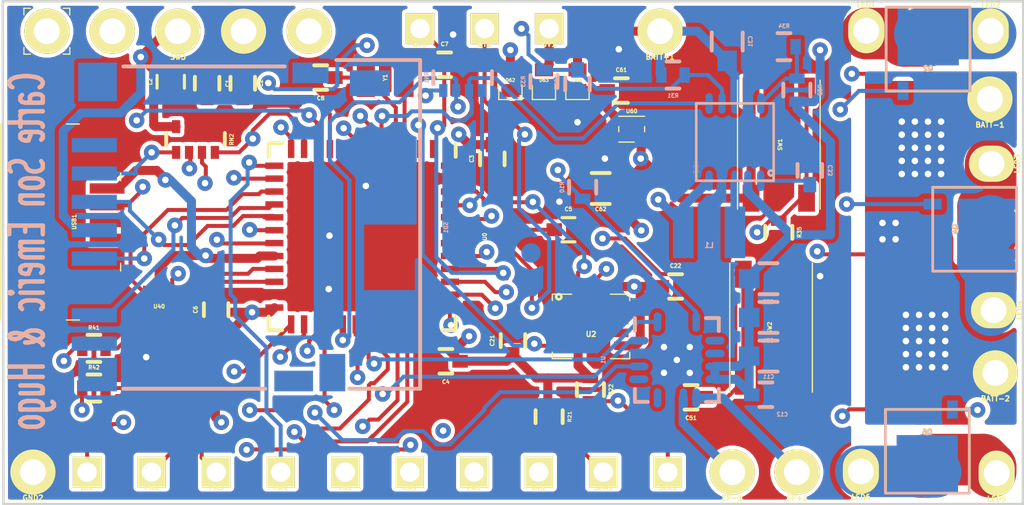
<source format=kicad_pcb>
(kicad_pcb (version 20171130) (host pcbnew "(5.1.9)-1")
  (layers (0 F.Cu signal) (1 In1.Cu signal) (2 In2.Cu signal) (31 B.Cu signal) (34 B.Paste user hide) (35 F.Paste user hide) (36 B.SilkS user hide) (37 F.SilkS user hide) (38 B.Mask user hide) (39 F.Mask user hide) (44 Edge.Cuts user))
  (net 0 "")
  (net 1 BATT+)
  (net 2 BATT-)
  (net 3 Button1)
  (net 4 Button2)
  (net 5 Button3)
  (net 6 GND)
  (net 7 "Net-(C1-Pad2)")
  (net 8 3.3v)
  (net 9 "Net-(C7-Pad1)")
  (net 10 "Net-(C8-Pad1)")
  (net 11 5v)
  (net 12 vtest)
  (net 13 "Net-(C33-Pad1)")
  (net 14 RESET)
  (net 15 "Net-(C61-Pad1)")
  (net 16 VBUS)
  (net 17 FREE1)
  (net 18 FREE2)
  (net 19 boost_en)
  (net 20 "Net-(IC3-Pad3)")
  (net 21 "Net-(IC3-Pad10)")
  (net 22 id-neopixel_data)
  (net 23 "Net-(LED1-Pad1)")
  (net 24 "Net-(LED2-Pad1)")
  (net 25 "Net-(LED3-Pad1)")
  (net 26 "Net-(LED4-Pad1)")
  (net 27 "Net-(LED5-Pad1)")
  (net 28 "Net-(LED6-Pad1)")
  (net 29 neopixel_data2)
  (net 30 neopixel_data3)
  (net 31 CH1)
  (net 32 CH2)
  (net 33 CH3)
  (net 34 CH4)
  (net 35 CH5)
  (net 36 CH6)
  (net 37 SDA)
  (net 38 SCL)
  (net 39 DP)
  (net 40 "Net-(R41-Pad2)")
  (net 41 DM)
  (net 42 "Net-(R42-Pad2)")
  (net 43 BTN)
  (net 44 sd_en)
  (net 45 amp_en)
  (net 46 RX)
  (net 47 miso)
  (net 48 sclk)
  (net 49 mosi)
  (net 50 "Net-(SP+1-Pad1)")
  (net 51 "Net-(SP-1-Pad1)")
  (net 52 SWDCLK)
  (net 53 SWDIO)
  (net 54 TX)
  (net 55 INT)
  (net 56 I2S_LRCLK)
  (net 57 I2S_BCLK)
  (net 58 I2S_DATA)
  (net 59 "Net-(SD1-Pad8)")
  (net 60 "Net-(SD1-Pad9)")
  (net 61 "Net-(SD1-Pad10)")
  (net 62 "Net-(SD1-PadB)")
  (net 63 "Net-(SD1-Pad11)")
  (net 64 "Net-(SD1-Pad1)")
  (net 65 "Net-(SD1-Pad12)")
  (net 66 "Net-(SD1-PadA)")
  (net 67 "Net-(U0-Pad1)")
  (net 68 "Net-(U1-Pad5)")
  (net 69 "Net-(U1-Pad6)")
  (net 70 "Net-(U1-Pad12)")
  (net 71 "Net-(U1-Pad13)")
  (net 72 "Net-(U2-Pad9)")
  (net 73 "Net-(U2-Pad10)")
  (net 74 "Net-(U2-Pad11)")
  (net 75 "Net-(USB1-Pad4)")
  (net 76 "Net-(C5-Pad1)")
  (module Housings_DFN_QFN:QFN-16-1EP_3x3mm_Pitch0.5mm_ThermalVias (layer B.Cu) (at 150.094 113.9085 270)
    (fp_text reference U1 (at 0 2.85 270) (layer B.SilkS) (effects (font (size 0.15 0.15) (thickness 0.0375)) (justify mirror)))
    (fp_text value MAX98357A_TQFN)
    (pad 1 smd oval (at -1.475 0.75 270) (size 0.75 0.3) (layers B.Cu B.Paste B.Mask) (net 58 I2S_DATA))
    (pad 2 smd oval (at -1.475 0.25 270) (size 0.75 0.3) (layers B.Cu B.Paste B.Mask) (net 6 GND))
    (pad 3 smd oval (at -1.475 -0.25 270) (size 0.75 0.3) (layers B.Cu B.Paste B.Mask) (net 6 GND))
    (pad 4 smd oval (at -1.475 -0.75 270) (size 0.75 0.3) (layers B.Cu B.Paste B.Mask) (net 45 amp_en))
    (pad 5 smd oval (at -0.75 -1.475 180) (size 0.75 0.3) (layers B.Cu B.Paste B.Mask) (net 68 "Net-(U1-Pad5)"))
    (pad 6 smd oval (at -0.25 -1.475 180) (size 0.75 0.3) (layers B.Cu B.Paste B.Mask) (net 69 "Net-(U1-Pad6)"))
    (pad 7 smd oval (at 0.25 -1.475 180) (size 0.75 0.3) (layers B.Cu B.Paste B.Mask) (net 11 5v))
    (pad 8 smd oval (at 0.75 -1.475 180) (size 0.75 0.3) (layers B.Cu B.Paste B.Mask) (net 11 5v))
    (pad 9 smd oval (at 1.475 -0.75 270) (size 0.75 0.3) (layers B.Cu B.Paste B.Mask) (net 50 "Net-(SP+1-Pad1)"))
    (pad 10 smd oval (at 1.475 -0.25 270) (size 0.75 0.3) (layers B.Cu B.Paste B.Mask) (net 51 "Net-(SP-1-Pad1)"))
    (pad 11 smd oval (at 1.475 0.25 270) (size 0.75 0.3) (layers B.Cu B.Paste B.Mask) (net 6 GND))
    (pad 12 smd oval (at 1.475 0.75 270) (size 0.75 0.3) (layers B.Cu B.Paste B.Mask) (net 70 "Net-(U1-Pad12)"))
    (pad 13 smd oval (at 0.75 1.475 180) (size 0.75 0.3) (layers B.Cu B.Paste B.Mask) (net 71 "Net-(U1-Pad13)"))
    (pad 14 smd oval (at 0.25 1.475 180) (size 0.75 0.3) (layers B.Cu B.Paste B.Mask) (net 56 I2S_LRCLK))
    (pad 15 smd oval (at -0.25 1.475 180) (size 0.75 0.3) (layers B.Cu B.Paste B.Mask) (net 6 GND))
    (pad 16 smd oval (at -0.75 1.475 180) (size 0.75 0.3) (layers B.Cu B.Paste B.Mask) (net 57 I2S_BCLK))
    (pad 17 smd rect (at 0.45 -0.45 270) (size 0.9 0.9) (layers B.Cu B.Paste B.Mask) (net 6 GND))
    (pad 17 smd rect (at 0.45 0.45 270) (size 0.9 0.9) (layers B.Cu B.Paste B.Mask) (net 6 GND))
    (pad 17 smd rect (at -0.45 -0.45 270) (size 0.9 0.9) (layers B.Cu B.Paste B.Mask) (net 6 GND))
    (pad 17 smd rect (at -0.45 0.45 270) (size 0.9 0.9) (layers B.Cu B.Paste B.Mask) (net 6 GND))
    (pad 17 thru_hole circle (at 0 0 270) (size 0.6 0.6) (drill 0.25) (layers *.Cu) (net 6 GND))
    (pad 17 thru_hole circle (at -0.5 0.5 270) (size 0.6 0.6) (drill 0.25) (layers *.Cu) (net 6 GND))
    (pad 17 thru_hole circle (at 0.5 0.5 270) (size 0.6 0.6) (drill 0.25) (layers *.Cu) (net 6 GND))
    (pad 17 thru_hole circle (at 0.5 -0.5 270) (size 0.6 0.6) (drill 0.25) (layers *.Cu) (net 6 GND))
    (pad 17 thru_hole circle (at -0.5 -0.5 270) (size 0.6 0.6) (drill 0.25) (layers *.Cu) (net 6 GND))
  )
  (module modules:DM3D-SF (layer B.Cu) (at 128.397 108.7755 90)
    (fp_text reference SD1 (at 0 12.75 90) (layer B.SilkS) (effects (font (size 0.15 0.15) (thickness 0.0375)) (justify mirror)))
    (fp_text value microsd_socket hide)
    (pad 8 smd rect (at -4.5 -0.875 90) (size 0.55 1.75) (layers B.Cu B.Paste B.Mask) (net 59 "Net-(SD1-Pad8)"))
    (pad 9 smd rect (at -5.7 -0.75 90) (size 1.3 1.5) (layers B.Cu B.Paste B.Mask) (net 60 "Net-(SD1-Pad9)"))
    (pad 10 smd rect (at -5.95 6.85 90) (size 0.8 1.5) (layers B.Cu B.Paste B.Mask) (net 61 "Net-(SD1-Pad10)"))
    (pad B smd rect (at -5.625 8.35 90) (size 1.45 1) (layers B.Cu B.Paste B.Mask) (net 62 "Net-(SD1-PadB)"))
    (pad 11 smd rect (at 6 7.5 90) (size 0.8 1.4) (layers B.Cu B.Paste B.Mask) (net 63 "Net-(SD1-Pad11)"))
    (pad 7 smd rect (at -3.4 -0.875 90) (size 0.55 1.75) (layers B.Cu B.Paste B.Mask) (net 47 miso))
    (pad 6 smd rect (at -2.3 -0.875 90) (size 0.55 1.75) (layers B.Cu B.Paste B.Mask) (net 6 GND))
    (pad 5 smd rect (at -1.2 -0.875 90) (size 0.55 1.75) (layers B.Cu B.Paste B.Mask) (net 48 sclk))
    (pad 4 smd rect (at -0.1 -0.875 90) (size 0.55 1.75) (layers B.Cu B.Paste B.Mask) (net 8 3.3v))
    (pad 3 smd rect (at 1 -0.875 90) (size 0.55 1.75) (layers B.Cu B.Paste B.Mask) (net 49 mosi))
    (pad 2 smd rect (at 2.1 -0.875 90) (size 0.55 1.75) (layers B.Cu B.Paste B.Mask) (net 44 sd_en))
    (pad 1 smd rect (at 3.2 -0.875 90) (size 0.55 1.75) (layers B.Cu B.Paste B.Mask) (net 64 "Net-(SD1-Pad1)"))
    (pad 12 smd rect (at 5.65 -0.75 90) (size 1.5 1.5) (layers B.Cu B.Paste B.Mask) (net 65 "Net-(SD1-Pad12)"))
    (pad A smd rect (at 5.6 9.8 90) (size 1 1.55) (layers B.Cu B.Paste B.Mask) (net 66 "Net-(SD1-PadA)"))
  )
  (module Housings_DFN_QFN:QFN-48-1EP_7x7mm_Pitch0.5mm (layer F.Cu) (at 137.90025 109.12725 270)
    (fp_text reference U0 (at 0 -4.75 270) (layer F.SilkS) (effects (font (size 0.15 0.15) (thickness 0.0375))))
    (fp_text value STM32L433CCU6)
    (pad 1 smd rect (at -3.4 -2.75 270) (size 0.7 0.25) (layers F.Cu F.Paste F.Mask) (net 67 "Net-(U0-Pad1)"))
    (pad 2 smd rect (at -3.4 -2.25 270) (size 0.7 0.25) (layers F.Cu F.Paste F.Mask) (net 55 INT))
    (pad 3 smd rect (at -3.4 -1.75 270) (size 0.7 0.25) (layers F.Cu F.Paste F.Mask) (net 9 "Net-(C7-Pad1)"))
    (pad 4 smd rect (at -3.4 -1.25 270) (size 0.7 0.25) (layers F.Cu F.Paste F.Mask) (net 10 "Net-(C8-Pad1)"))
    (pad 5 smd rect (at -3.4 -0.75 270) (size 0.7 0.25) (layers F.Cu F.Paste F.Mask) (net 19 boost_en))
    (pad 6 smd rect (at -3.4 -0.25 270) (size 0.7 0.25) (layers F.Cu F.Paste F.Mask) (net 45 amp_en))
    (pad 7 smd rect (at -3.4 0.25 270) (size 0.7 0.25) (layers F.Cu F.Paste F.Mask) (net 14 RESET))
    (pad 8 smd rect (at -3.4 0.75 270) (size 0.7 0.25) (layers F.Cu F.Paste F.Mask) (net 6 GND))
    (pad 9 smd rect (at -3.4 1.25 270) (size 0.7 0.25) (layers F.Cu F.Paste F.Mask) (net 7 "Net-(C1-Pad2)"))
    (pad 10 smd rect (at -3.4 1.75 270) (size 0.7 0.25) (layers F.Cu F.Paste F.Mask) (net 22 id-neopixel_data))
    (pad 11 smd rect (at -3.4 2.25 270) (size 0.7 0.25) (layers F.Cu F.Paste F.Mask) (net 31 CH1))
    (pad 12 smd rect (at -3.4 2.75 270) (size 0.7 0.25) (layers F.Cu F.Paste F.Mask) (net 54 TX))
    (pad 13 smd rect (at -2.75 3.4) (size 0.7 0.25) (layers F.Cu F.Paste F.Mask) (net 17 FREE1))
    (pad 14 smd rect (at -2.25 3.4) (size 0.7 0.25) (layers F.Cu F.Paste F.Mask) (net 12 vtest))
    (pad 15 smd rect (at -1.75 3.4) (size 0.7 0.25) (layers F.Cu F.Paste F.Mask) (net 48 sclk))
    (pad 16 smd rect (at -1.25 3.4) (size 0.7 0.25) (layers F.Cu F.Paste F.Mask) (net 47 miso))
    (pad 17 smd rect (at -0.75 3.4) (size 0.7 0.25) (layers F.Cu F.Paste F.Mask) (net 49 mosi))
    (pad 18 smd rect (at -0.25 3.4) (size 0.7 0.25) (layers F.Cu F.Paste F.Mask) (net 33 CH3))
    (pad 19 smd rect (at 0.25 3.4) (size 0.7 0.25) (layers F.Cu F.Paste F.Mask) (net 34 CH4))
    (pad 20 smd rect (at 0.75 3.4) (size 0.7 0.25) (layers F.Cu F.Paste F.Mask) (net 16 VBUS))
    (pad 21 smd rect (at 1.25 3.4) (size 0.7 0.25) (layers F.Cu F.Paste F.Mask) (net 29 neopixel_data2))
    (pad 22 smd rect (at 1.75 3.4) (size 0.7 0.25) (layers F.Cu F.Paste F.Mask) (net 30 neopixel_data3))
    (pad 23 smd rect (at 2.25 3.4) (size 0.7 0.25) (layers F.Cu F.Paste F.Mask) (net 6 GND))
    (pad 24 smd rect (at 2.75 3.4) (size 0.7 0.25) (layers F.Cu F.Paste F.Mask) (net 8 3.3v))
    (pad 25 smd rect (at 3.4 2.75 270) (size 0.7 0.25) (layers F.Cu F.Paste F.Mask) (net 56 I2S_LRCLK))
    (pad 26 smd rect (at 3.4 2.25 270) (size 0.7 0.25) (layers F.Cu F.Paste F.Mask) (net 57 I2S_BCLK))
    (pad 27 smd rect (at 3.4 1.75 270) (size 0.7 0.25) (layers F.Cu F.Paste F.Mask) (net 44 sd_en))
    (pad 28 smd rect (at 3.4 1.25 270) (size 0.7 0.25) (layers F.Cu F.Paste F.Mask) (net 35 CH5))
    (pad 29 smd rect (at 3.4 0.75 270) (size 0.7 0.25) (layers F.Cu F.Paste F.Mask) (net 32 CH2))
    (pad 30 smd rect (at 3.4 0.25 270) (size 0.7 0.25) (layers F.Cu F.Paste F.Mask) (net 38 SCL))
    (pad 31 smd rect (at 3.4 -0.25 270) (size 0.7 0.25) (layers F.Cu F.Paste F.Mask) (net 58 I2S_DATA))
    (pad 32 smd rect (at 3.4 -0.75 270) (size 0.7 0.25) (layers F.Cu F.Paste F.Mask) (net 41 DM))
    (pad 33 smd rect (at 3.4 -1.25 270) (size 0.7 0.25) (layers F.Cu F.Paste F.Mask) (net 39 DP))
    (pad 34 smd rect (at 3.4 -1.75 270) (size 0.7 0.25) (layers F.Cu F.Paste F.Mask) (net 53 SWDIO))
    (pad 35 smd rect (at 3.4 -2.25 270) (size 0.7 0.25) (layers F.Cu F.Paste F.Mask) (net 6 GND))
    (pad 36 smd rect (at 3.4 -2.75 270) (size 0.7 0.25) (layers F.Cu F.Paste F.Mask) (net 8 3.3v))
    (pad 37 smd rect (at 2.75 -3.4) (size 0.7 0.25) (layers F.Cu F.Paste F.Mask) (net 52 SWDCLK))
    (pad 38 smd rect (at 2.25 -3.4) (size 0.7 0.25) (layers F.Cu F.Paste F.Mask) (net 46 RX))
    (pad 39 smd rect (at 1.75 -3.4) (size 0.7 0.25) (layers F.Cu F.Paste F.Mask) (net 18 FREE2))
    (pad 40 smd rect (at 1.25 -3.4) (size 0.7 0.25) (layers F.Cu F.Paste F.Mask) (net 5 Button3))
    (pad 41 smd rect (at 0.75 -3.4) (size 0.7 0.25) (layers F.Cu F.Paste F.Mask) (net 4 Button2))
    (pad 42 smd rect (at 0.25 -3.4) (size 0.7 0.25) (layers F.Cu F.Paste F.Mask) (net 3 Button1))
    (pad 43 smd rect (at -0.25 -3.4) (size 0.7 0.25) (layers F.Cu F.Paste F.Mask) (net 76 "Net-(C5-Pad1)"))
    (pad 44 smd rect (at -0.75 -3.4) (size 0.7 0.25) (layers F.Cu F.Paste F.Mask) (net 43 BTN))
    (pad 45 smd rect (at -1.25 -3.4) (size 0.7 0.25) (layers F.Cu F.Paste F.Mask) (net 36 CH6))
    (pad 46 smd rect (at -1.75 -3.4) (size 0.7 0.25) (layers F.Cu F.Paste F.Mask) (net 37 SDA))
    (pad 47 smd rect (at -2.25 -3.4) (size 0.7 0.25) (layers F.Cu F.Paste F.Mask) (net 6 GND))
    (pad 48 smd rect (at -2.75 -3.4) (size 0.7 0.25) (layers F.Cu F.Paste F.Mask) (net 8 3.3v))
    (pad 49 smd rect (at 1.93125 1.93125 270) (size 1.2875 1.2875) (layers F.Cu F.Paste F.Mask) (net 6 GND))
    (pad 49 smd rect (at 1.93125 0.64375 270) (size 1.2875 1.2875) (layers F.Cu F.Paste F.Mask) (net 6 GND))
    (pad 49 smd rect (at 1.93125 -0.64375 270) (size 1.2875 1.2875) (layers F.Cu F.Paste F.Mask) (net 6 GND))
    (pad 49 smd rect (at 1.93125 -1.93125 270) (size 1.2875 1.2875) (layers F.Cu F.Paste F.Mask) (net 6 GND))
    (pad 49 smd rect (at 0.64375 1.93125 270) (size 1.2875 1.2875) (layers F.Cu F.Paste F.Mask) (net 6 GND))
    (pad 49 smd rect (at 0.64375 0.64375 270) (size 1.2875 1.2875) (layers F.Cu F.Paste F.Mask) (net 6 GND))
    (pad 49 smd rect (at 0.64375 -0.64375 270) (size 1.2875 1.2875) (layers F.Cu F.Paste F.Mask) (net 6 GND))
    (pad 49 smd rect (at 0.64375 -1.93125 270) (size 1.2875 1.2875) (layers F.Cu F.Paste F.Mask) (net 6 GND))
    (pad 49 smd rect (at -0.64375 1.93125 270) (size 1.2875 1.2875) (layers F.Cu F.Paste F.Mask) (net 6 GND))
    (pad 49 smd rect (at -0.64375 0.64375 270) (size 1.2875 1.2875) (layers F.Cu F.Paste F.Mask) (net 6 GND))
    (pad 49 smd rect (at -0.64375 -0.64375 270) (size 1.2875 1.2875) (layers F.Cu F.Paste F.Mask) (net 6 GND))
    (pad 49 smd rect (at -0.64375 -1.93125 270) (size 1.2875 1.2875) (layers F.Cu F.Paste F.Mask) (net 6 GND))
    (pad 49 smd rect (at -1.93125 1.93125 270) (size 1.2875 1.2875) (layers F.Cu F.Paste F.Mask) (net 6 GND))
    (pad 49 smd rect (at -1.93125 0.64375 270) (size 1.2875 1.2875) (layers F.Cu F.Paste F.Mask) (net 6 GND))
    (pad 49 smd rect (at -1.93125 -0.64375 270) (size 1.2875 1.2875) (layers F.Cu F.Paste F.Mask) (net 6 GND))
    (pad 49 smd rect (at -1.93125 -1.93125 270) (size 1.2875 1.2875) (layers F.Cu F.Paste F.Mask) (net 6 GND))
  )
  (module lightsaber_footprints:QFN-10-PAD (layer B.Cu) (at 152.344 105.4585 180)
    (fp_text reference IC3 (at 1.5 -1 90) (layer B.SilkS) (effects (font (size 0.2 0.2) (thickness 0.01)) (justify mirror)))
    (fp_text value TPS61200)
    (pad 15 smd rect (at 1.524 -0.254 180) (size 1.5 0.28) (layers B.Cu B.Paste B.Mask) (net 6 GND))
    (pad 14 smd rect (at 1.524 0.254 180) (size 1.5 0.28) (layers B.Cu B.Paste B.Mask) (net 6 GND))
    (pad 13 smd rect (at -1.524 -0.254 180) (size 1.5 0.28) (layers B.Cu B.Paste B.Mask) (net 6 GND))
    (pad 11 smd rect (at 0 0 180) (size 2.4 1.65) (layers B.Cu B.Paste B.Mask) (net 6 GND))
    (pad 9 smd oval (at -0.5 1.5 180) (size 0.28 0.8) (layers B.Cu B.Paste B.Mask) (net 6 GND))
    (pad 5 smd oval (at 1 -1.5 180) (size 0.28 0.8) (layers B.Cu B.Paste B.Mask) (net 1 BATT+))
    (pad 6 smd oval (at 1 1.5 180) (size 0.28 0.8) (layers B.Cu B.Paste B.Mask) (net 19 boost_en))
    (pad 4 smd oval (at 0.5 -1.5 180) (size 0.28 0.8) (layers B.Cu B.Paste B.Mask) (net 6 GND))
    (pad 3 smd oval (at 0 -1.5 180) (size 0.28 0.8) (layers B.Cu B.Paste B.Mask) (net 20 "Net-(IC3-Pad3)"))
    (pad 1 smd oval (at -1 -1.5 180) (size 0.28 0.8) (layers B.Cu B.Paste B.Mask) (net 13 "Net-(C33-Pad1)"))
    (pad 2 smd oval (at -0.5 -1.5 180) (size 0.28 0.8) (layers B.Cu B.Paste B.Mask) (net 11 5v))
    (pad 7 smd oval (at 0.5 1.5 180) (size 0.28 0.8) (layers B.Cu B.Paste B.Mask) (net 12 vtest))
    (pad 8 smd oval (at 0 1.5 180) (size 0.28 0.8) (layers B.Cu B.Paste B.Mask) (net 1 BATT+))
    (pad 10 smd oval (at -1 1.5 180) (size 0.28 0.8) (layers B.Cu B.Paste B.Mask) (net 21 "Net-(IC3-Pad10)"))
    (pad 12 smd rect (at -1.524 0.254 180) (size 1.5 0.28) (layers B.Cu B.Paste B.Mask) (net 6 GND))
  )
  (module lightsaber_footprints:LGA-14L (layer F.Cu) (at 146.769 112.6085)
    (fp_text reference U2 (at 0 0.3) (layer F.SilkS) (effects (font (size 0.2 0.2) (thickness 0.05))))
    (fp_text value LSM6DS3H)
    (pad 1 smd rect (at -1.175 -0.75) (size 0.55 0.33) (layers F.Cu F.Paste F.Mask) (net 6 GND))
    (pad 2 smd rect (at -1.175 -0.25) (size 0.55 0.33) (layers F.Cu F.Paste F.Mask) (net 6 GND))
    (pad 3 smd rect (at -1.175 0.25) (size 0.55 0.33) (layers F.Cu F.Paste F.Mask) (net 6 GND))
    (pad 4 smd rect (at -1.175 0.75) (size 0.55 0.33) (layers F.Cu F.Paste F.Mask) (net 55 INT))
    (pad 5 smd rect (at -0.5 0.925) (size 0.33 0.55) (layers F.Cu F.Paste F.Mask) (net 8 3.3v))
    (pad 6 smd rect (at 0 0.925) (size 0.33 0.55) (layers F.Cu F.Paste F.Mask) (net 6 GND))
    (pad 7 smd rect (at 0.5 0.925) (size 0.33 0.55) (layers F.Cu F.Paste F.Mask) (net 6 GND))
    (pad 8 smd rect (at 1.175 0.75) (size 0.55 0.33) (layers F.Cu F.Paste F.Mask) (net 8 3.3v))
    (pad 9 smd rect (at 1.175 0.25) (size 0.55 0.33) (layers F.Cu F.Paste F.Mask) (net 72 "Net-(U2-Pad9)"))
    (pad 10 smd rect (at 1.175 -0.25) (size 0.55 0.33) (layers F.Cu F.Paste F.Mask) (net 73 "Net-(U2-Pad10)"))
    (pad 11 smd rect (at 1.175 -0.75) (size 0.55 0.33) (layers F.Cu F.Paste F.Mask) (net 74 "Net-(U2-Pad11)"))
    (pad 12 smd rect (at 0.5 -0.925) (size 0.33 0.55) (layers F.Cu F.Paste F.Mask) (net 8 3.3v))
    (pad 13 smd rect (at 0 -0.925) (size 0.33 0.55) (layers F.Cu F.Paste F.Mask) (net 38 SCL))
    (pad 14 smd rect (at -0.5 -0.925) (size 0.33 0.55) (layers F.Cu F.Paste F.Mask) (net 37 SDA))
  )
  (module lightsaber_footprints:PTS810 (layer F.Cu) (at 154.044 105.5585 90)
    (fp_text reference SW1 (at 0 0.05 90) (layer F.SilkS) (effects (font (size 0.15 0.15) (thickness 0.0375))))
    (fp_text value SW_Push hide)
    (pad 2 smd rect (at -2.075 1.075 90) (size 1.05 0.65) (layers F.Cu F.Paste F.Mask) (net 43 BTN))
    (pad 2 smd rect (at 2.075 1.075 90) (size 1.05 0.65) (layers F.Cu F.Paste F.Mask) (net 43 BTN))
    (pad 1 smd rect (at 2.075 -1.075 90) (size 1.05 0.65) (layers F.Cu F.Paste F.Mask) (net 8 3.3v))
    (pad 1 smd rect (at -2.075 -1.075 90) (size 1.05 0.65) (layers F.Cu F.Paste F.Mask) (net 8 3.3v))
  )
  (module lightsaber_footprints:1pin (layer F.Cu) (at 149.444 101.1585)
    (fp_text reference BATT+1 (at 0 1) (layer F.SilkS) (effects (font (size 0.2 0.2) (thickness 0.05))))
    (fp_text value CONN_01X01)
    (pad 1 thru_hole circle (at 0 0) (size 1.75 1.75) (drill 1) (layers *.Cu *.Mask F.SilkS) (net 1 BATT+))
  )
  (module lightsaber_footprints:1pin (layer F.Cu) (at 162.224 103.7885)
    (fp_text reference BATT-1 (at 0 1) (layer F.SilkS) (effects (font (size 0.2 0.2) (thickness 0.05))))
    (fp_text value CONN_01X01)
    (pad 1 thru_hole circle (at 0 0) (size 1.75 1.75) (drill 1) (layers *.Cu *.Mask F.SilkS) (net 2 BATT-))
  )
  (module Capacitors_SMD:C_0402 (layer F.Cu) (at 131.894 103.1785 270)
    (fp_text reference C1 (at 0 -0.8 270) (layer F.SilkS) (effects (font (size 0.15 0.15) (thickness 0.0375))))
    (fp_text value 1uF)
    (pad 1 smd rect (at -0.55 0 270) (size 0.6 0.5) (layers F.Cu F.Paste F.Mask) (net 6 GND))
    (pad 2 smd rect (at 0.55 0 270) (size 0.6 0.5) (layers F.Cu F.Paste F.Mask) (net 7 "Net-(C1-Pad2)"))
  )
  (module Capacitors_SMD:C_0402 (layer F.Cu) (at 133.274 103.1785 270)
    (fp_text reference C2 (at 0 -0.7 270) (layer F.SilkS) (effects (font (size 0.15 0.15) (thickness 0.0375))))
    (fp_text value 0.1uF)
    (pad 1 smd rect (at -0.55 0 270) (size 0.6 0.5) (layers F.Cu F.Paste F.Mask) (net 6 GND))
    (pad 2 smd rect (at 0.55 0 270) (size 0.6 0.5) (layers F.Cu F.Paste F.Mask) (net 7 "Net-(C1-Pad2)"))
  )
  (module Capacitors_SMD:C_0402 (layer F.Cu) (at 142.944 106.1085 90)
    (fp_text reference C3 (at 0 -0.8 90) (layer F.SilkS) (effects (font (size 0.15 0.15) (thickness 0.0375))))
    (fp_text value 0.1uF)
    (pad 1 smd rect (at -0.55 0 90) (size 0.6 0.5) (layers F.Cu F.Paste F.Mask) (net 6 GND))
    (pad 2 smd rect (at 0.55 0 90) (size 0.6 0.5) (layers F.Cu F.Paste F.Mask) (net 8 3.3v))
  )
  (module Capacitors_SMD:C_0402 (layer F.Cu) (at 141.144 113.9585 180)
    (fp_text reference C4 (at 0 -0.8 180) (layer F.SilkS) (effects (font (size 0.15 0.15) (thickness 0.0375))))
    (fp_text value 0.1uF)
    (pad 1 smd rect (at -0.55 0 180) (size 0.6 0.5) (layers F.Cu F.Paste F.Mask) (net 8 3.3v))
    (pad 2 smd rect (at 0.55 0 180) (size 0.6 0.5) (layers F.Cu F.Paste F.Mask) (net 6 GND))
  )
  (module Capacitors_SMD:C_0402 (layer F.Cu) (at 132.244 111.9585 90)
    (fp_text reference C6 (at 0 -0.8 90) (layer F.SilkS) (effects (font (size 0.15 0.15) (thickness 0.0375))))
    (fp_text value 0.1uF)
    (pad 1 smd rect (at -0.55 0 90) (size 0.6 0.5) (layers F.Cu F.Paste F.Mask) (net 8 3.3v))
    (pad 2 smd rect (at 0.55 0 90) (size 0.6 0.5) (layers F.Cu F.Paste F.Mask) (net 6 GND))
  )
  (module Capacitors_SMD:C_0402 (layer F.Cu) (at 141.094 102.4585)
    (fp_text reference C7 (at 0 -0.8) (layer F.SilkS) (effects (font (size 0.15 0.15) (thickness 0.0375))))
    (fp_text value 5.6pF)
    (pad 1 smd rect (at -0.55 0) (size 0.6 0.5) (layers F.Cu F.Paste F.Mask) (net 9 "Net-(C7-Pad1)"))
    (pad 2 smd rect (at 0.55 0) (size 0.6 0.5) (layers F.Cu F.Paste F.Mask) (net 6 GND))
  )
  (module Capacitors_SMD:C_0402 (layer F.Cu) (at 136.294 102.9585 180)
    (fp_text reference C8 (at 0 -0.8 180) (layer F.SilkS) (effects (font (size 0.15 0.15) (thickness 0.0375))))
    (fp_text value 5.6pF)
    (pad 1 smd rect (at -0.55 0 180) (size 0.6 0.5) (layers F.Cu F.Paste F.Mask) (net 10 "Net-(C8-Pad1)"))
    (pad 2 smd rect (at 0.55 0 180) (size 0.6 0.5) (layers F.Cu F.Paste F.Mask) (net 6 GND))
  )
  (module Capacitors_SMD:C_0603 (layer B.Cu) (at 153.644 113.7585)
    (fp_text reference C11 (at 0 0.8) (layer B.SilkS) (effects (font (size 0.15 0.15) (thickness 0.0375)) (justify mirror)))
    (fp_text value 10uF)
    (pad 1 smd rect (at -0.75 0) (size 0.8 0.75) (layers B.Cu B.Paste B.Mask) (net 11 5v))
    (pad 2 smd rect (at 0.75 0) (size 0.8 0.75) (layers B.Cu B.Paste B.Mask) (net 6 GND))
  )
  (module Capacitors_SMD:C_0402 (layer B.Cu) (at 153.544 115.2585)
    (fp_text reference C12 (at 0.635 0.762) (layer B.SilkS) (effects (font (size 0.15 0.15) (thickness 0.0375)) (justify mirror)))
    (fp_text value 0.1uF)
    (pad 1 smd rect (at -0.55 0) (size 0.6 0.5) (layers B.Cu B.Paste B.Mask) (net 11 5v))
    (pad 2 smd rect (at 0.55 0) (size 0.6 0.5) (layers B.Cu B.Paste B.Mask) (net 6 GND))
  )
  (module Capacitors_SMD:C_0402 (layer F.Cu) (at 143.744 113.1585 90)
    (fp_text reference C21 (at 0 -0.8 90) (layer F.SilkS) (effects (font (size 0.15 0.15) (thickness 0.0375))))
    (fp_text value 0.1uF)
    (pad 1 smd rect (at -0.55 0 90) (size 0.6 0.5) (layers F.Cu F.Paste F.Mask) (net 8 3.3v))
    (pad 2 smd rect (at 0.55 0 90) (size 0.6 0.5) (layers F.Cu F.Paste F.Mask) (net 6 GND))
  )
  (module Capacitors_SMD:C_0402 (layer F.Cu) (at 150.044 111.0585)
    (fp_text reference C22 (at 0 -0.8) (layer F.SilkS) (effects (font (size 0.15 0.15) (thickness 0.0375))))
    (fp_text value 0.1uF)
    (pad 1 smd rect (at -0.55 0) (size 0.6 0.5) (layers F.Cu F.Paste F.Mask) (net 8 3.3v))
    (pad 2 smd rect (at 0.55 0) (size 0.6 0.5) (layers F.Cu F.Paste F.Mask) (net 6 GND))
  )
  (module Capacitors_SMD:C_0603 (layer B.Cu) (at 152.044 101.5585 90)
    (fp_text reference C31 (at 0 0.9 90) (layer B.SilkS) (effects (font (size 0.15 0.15) (thickness 0.0375)) (justify mirror)))
    (fp_text value 10uF)
    (pad 1 smd rect (at -0.75 0 90) (size 0.8 0.75) (layers B.Cu B.Paste B.Mask) (net 1 BATT+))
    (pad 2 smd rect (at 0.75 0 90) (size 0.8 0.75) (layers B.Cu B.Paste B.Mask) (net 6 GND))
  )
  (module Capacitors_SMD:C_0402 (layer B.Cu) (at 146.244 103.2085 270)
    (fp_text reference C32 (at 0 0.8 270) (layer B.SilkS) (effects (font (size 0.15 0.15) (thickness 0.0375)) (justify mirror)))
    (fp_text value 0.1uF)
    (pad 1 smd rect (at -0.55 0 270) (size 0.6 0.5) (layers B.Cu B.Paste B.Mask) (net 12 vtest))
    (pad 2 smd rect (at 0.55 0 270) (size 0.6 0.5) (layers B.Cu B.Paste B.Mask) (net 6 GND))
  )
  (module Capacitors_SMD:C_0402 (layer B.Cu) (at 155.244 106.5585 90)
    (fp_text reference C33 (at 0 0.8 90) (layer B.SilkS) (effects (font (size 0.15 0.15) (thickness 0.0375)) (justify mirror)))
    (fp_text value 0.1uF)
    (pad 1 smd rect (at -0.55 0 90) (size 0.6 0.5) (layers B.Cu B.Paste B.Mask) (net 13 "Net-(C33-Pad1)"))
    (pad 2 smd rect (at 0.55 0 90) (size 0.6 0.5) (layers B.Cu B.Paste B.Mask) (net 6 GND))
  )
  (module Capacitors_SMD:C_0603 (layer B.Cu) (at 153.644 112.2585)
    (fp_text reference C34 (at 0 0.9) (layer B.SilkS) (effects (font (size 0.15 0.15) (thickness 0.0375)) (justify mirror)))
    (fp_text value 10uF)
    (pad 1 smd rect (at -0.75 0) (size 0.8 0.75) (layers B.Cu B.Paste B.Mask) (net 11 5v))
    (pad 2 smd rect (at 0.75 0) (size 0.8 0.75) (layers B.Cu B.Paste B.Mask) (net 6 GND))
  )
  (module Capacitors_SMD:C_0603 (layer B.Cu) (at 153.644 110.7585)
    (fp_text reference C35 (at 0 0.9) (layer B.SilkS) (effects (font (size 0.15 0.15) (thickness 0.0375)) (justify mirror)))
    (fp_text value 10uF)
    (pad 1 smd rect (at -0.75 0) (size 0.8 0.75) (layers B.Cu B.Paste B.Mask) (net 11 5v))
    (pad 2 smd rect (at 0.75 0) (size 0.8 0.75) (layers B.Cu B.Paste B.Mask) (net 6 GND))
  )
  (module Capacitors_SMD:C_0402 (layer F.Cu) (at 150.644 115.3585 180)
    (fp_text reference C51 (at 0 -0.8 180) (layer F.SilkS) (effects (font (size 0.15 0.15) (thickness 0.0375))))
    (fp_text value 0.1uF)
    (pad 1 smd rect (at -0.55 0 180) (size 0.6 0.5) (layers F.Cu F.Paste F.Mask) (net 14 RESET))
    (pad 2 smd rect (at 0.55 0 180) (size 0.6 0.5) (layers F.Cu F.Paste F.Mask) (net 6 GND))
  )
  (module Capacitors_SMD:C_0402 (layer F.Cu) (at 147.944 103.4585)
    (fp_text reference C61 (at 0 -0.8) (layer F.SilkS) (effects (font (size 0.15 0.15) (thickness 0.0375))))
    (fp_text value 1uF)
    (pad 1 smd rect (at -0.55 0) (size 0.6 0.5) (layers F.Cu F.Paste F.Mask) (net 15 "Net-(C61-Pad1)"))
    (pad 2 smd rect (at 0.55 0) (size 0.6 0.5) (layers F.Cu F.Paste F.Mask) (net 6 GND))
  )
  (module Capacitors_SMD:C_0603 (layer F.Cu) (at 147.144 107.2585 180)
    (fp_text reference C62 (at 0 -0.8 180) (layer F.SilkS) (effects (font (size 0.15 0.15) (thickness 0.0375))))
    (fp_text value 10uF)
    (pad 1 smd rect (at -0.75 0 180) (size 0.8 0.75) (layers F.Cu F.Paste F.Mask) (net 8 3.3v))
    (pad 2 smd rect (at 0.75 0 180) (size 0.8 0.75) (layers F.Cu F.Paste F.Mask) (net 6 GND))
  )
  (module lightsaber_footprints:SOD882D (layer F.Cu) (at 146.244 103.0585 90)
    (fp_text reference D61 (at 0 0 180) (layer F.SilkS) (effects (font (size 0.127 0.127) (thickness 0.03175))))
    (fp_text value PMEG2005ELD hide)
    (pad 2 smd rect (at 0.4 0 90) (size 0.5 0.7) (layers F.Cu F.Paste F.Mask) (net 1 BATT+))
    (pad 1 smd rect (at -0.4 0 90) (size 0.5 0.7) (layers F.Cu F.Paste F.Mask) (net 15 "Net-(C61-Pad1)"))
  )
  (module lightsaber_footprints:SOD882D (layer F.Cu) (at 143.644 103.0585 90)
    (fp_text reference D62 (at 0 0 180) (layer F.SilkS) (effects (font (size 0.127 0.127) (thickness 0.03175))))
    (fp_text value PMEG2005ELD hide)
    (pad 2 smd rect (at 0.4 0 90) (size 0.5 0.7) (layers F.Cu F.Paste F.Mask) (net 16 VBUS))
    (pad 1 smd rect (at -0.4 0 90) (size 0.5 0.7) (layers F.Cu F.Paste F.Mask) (net 15 "Net-(C61-Pad1)"))
  )
  (module lightsaber_footprints:SOD882D (layer F.Cu) (at 144.944 103.0585 90)
    (fp_text reference D63 (at 0 0 180) (layer F.SilkS) (effects (font (size 0.127 0.127) (thickness 0.03175))))
    (fp_text value PMEG2005ELD hide)
    (pad 2 smd rect (at 0.4 0 90) (size 0.5 0.7) (layers F.Cu F.Paste F.Mask) (net 11 5v))
    (pad 1 smd rect (at -0.4 0 90) (size 0.5 0.7) (layers F.Cu F.Paste F.Mask) (net 15 "Net-(C61-Pad1)"))
  )
  (module lightsaber_footprints:2520 (layer B.Cu) (at 151.344 108.9585 180)
    (fp_text reference L1 (at 0 -0.5 180) (layer B.SilkS) (effects (font (size 0.2 0.2) (thickness 0.05)) (justify mirror)))
    (fp_text value "4.7 uH 1.2A")
    (pad 1 smd rect (at -1 0 180) (size 0.8 2) (layers B.Cu B.Paste B.Mask) (net 20 "Net-(IC3-Pad3)"))
    (pad 2 smd rect (at 1 0 180) (size 0.8 2) (layers B.Cu B.Paste B.Mask) (net 1 BATT+))
  )
  (module Inductors_SMD:L_0402 (layer F.Cu) (at 130.484 103.1185 90)
    (fp_text reference L2 (at 0 -0.8 90) (layer F.SilkS) (effects (font (size 0.15 0.15) (thickness 0.0375))))
    (fp_text value "600 ferrite")
    (pad 2 smd rect (at 0.45 0 90) (size 0.4 0.6) (layers F.Cu F.Paste F.Mask) (net 8 3.3v))
    (pad 1 smd rect (at -0.45 0 90) (size 0.4 0.6) (layers F.Cu F.Paste F.Mask) (net 7 "Net-(C1-Pad2)"))
  )
  (module lightsaber_footprints:DMG7430LFG (layer F.Cu) (at 159.824 101.8585)
    (fp_text reference Q1 (at 0 0.75) (layer F.SilkS) (effects (font (size 0.2 0.2) (thickness 0.05))))
    (fp_text value Q_NMOS_DGS hide)
    (pad 3 smd rect (at -0.975 1.625) (size 0.42 0.7) (layers F.Cu F.Paste F.Mask) (net 2 BATT-))
    (pad 3 smd rect (at -0.325 1.625) (size 0.42 0.7) (layers F.Cu F.Paste F.Mask) (net 2 BATT-))
    (pad 3 smd rect (at 0.325 1.625) (size 0.42 0.7) (layers F.Cu F.Paste F.Mask) (net 2 BATT-))
    (pad 2 smd rect (at 0.975 1.625) (size 0.42 0.7) (layers F.Cu F.Paste F.Mask) (net 31 CH1))
    (pad 1 smd rect (at 0.975 -1.3) (size 0.42 0.7) (layers F.Cu F.Paste F.Mask) (net 23 "Net-(LED1-Pad1)"))
    (pad 1 smd rect (at 0.325 -1.3) (size 0.42 0.7) (layers F.Cu F.Paste F.Mask) (net 23 "Net-(LED1-Pad1)"))
    (pad 1 smd rect (at -0.325 -1.3) (size 0.42 0.7) (layers F.Cu F.Paste F.Mask) (net 23 "Net-(LED1-Pad1)"))
    (pad 1 smd rect (at -0.975 -1.3) (size 0.42 0.7) (layers F.Cu F.Paste F.Mask) (net 23 "Net-(LED1-Pad1)"))
    (pad 1 smd rect (at 0 -0.325) (size 2.37 1.9) (layers F.Cu F.Paste F.Mask) (net 23 "Net-(LED1-Pad1)"))
  )
  (module lightsaber_footprints:DMG7430LFG (layer B.Cu) (at 159.834 101.8485 180)
    (fp_text reference Q2 (at 0 -0.75 180) (layer B.SilkS) (effects (font (size 0.2 0.2) (thickness 0.05)) (justify mirror)))
    (fp_text value Q_NMOS_DGS hide)
    (pad 3 smd rect (at -0.975 -1.625 180) (size 0.42 0.7) (layers B.Cu B.Paste B.Mask) (net 2 BATT-))
    (pad 3 smd rect (at -0.325 -1.625 180) (size 0.42 0.7) (layers B.Cu B.Paste B.Mask) (net 2 BATT-))
    (pad 3 smd rect (at 0.325 -1.625 180) (size 0.42 0.7) (layers B.Cu B.Paste B.Mask) (net 2 BATT-))
    (pad 2 smd rect (at 0.975 -1.625 180) (size 0.42 0.7) (layers B.Cu B.Paste B.Mask) (net 32 CH2))
    (pad 1 smd rect (at 0.975 1.3 180) (size 0.42 0.7) (layers B.Cu B.Paste B.Mask) (net 24 "Net-(LED2-Pad1)"))
    (pad 1 smd rect (at 0.325 1.3 180) (size 0.42 0.7) (layers B.Cu B.Paste B.Mask) (net 24 "Net-(LED2-Pad1)"))
    (pad 1 smd rect (at -0.325 1.3 180) (size 0.42 0.7) (layers B.Cu B.Paste B.Mask) (net 24 "Net-(LED2-Pad1)"))
    (pad 1 smd rect (at -0.975 1.3 180) (size 0.42 0.7) (layers B.Cu B.Paste B.Mask) (net 24 "Net-(LED2-Pad1)"))
    (pad 1 smd rect (at 0 0.325 180) (size 2.37 1.9) (layers B.Cu B.Paste B.Mask) (net 24 "Net-(LED2-Pad1)"))
  )
  (module lightsaber_footprints:DMG7430LFG (layer F.Cu) (at 161.634 108.8385 270)
    (fp_text reference Q3 (at 0 0.75 270) (layer F.SilkS) (effects (font (size 0.2 0.2) (thickness 0.05))))
    (fp_text value Q_NMOS_DGS hide)
    (pad 3 smd rect (at -0.975 1.625 270) (size 0.42 0.7) (layers F.Cu F.Paste F.Mask) (net 2 BATT-))
    (pad 3 smd rect (at -0.325 1.625 270) (size 0.42 0.7) (layers F.Cu F.Paste F.Mask) (net 2 BATT-))
    (pad 3 smd rect (at 0.325 1.625 270) (size 0.42 0.7) (layers F.Cu F.Paste F.Mask) (net 2 BATT-))
    (pad 2 smd rect (at 0.975 1.625 270) (size 0.42 0.7) (layers F.Cu F.Paste F.Mask) (net 33 CH3))
    (pad 1 smd rect (at 0.975 -1.3 270) (size 0.42 0.7) (layers F.Cu F.Paste F.Mask) (net 25 "Net-(LED3-Pad1)"))
    (pad 1 smd rect (at 0.325 -1.3 270) (size 0.42 0.7) (layers F.Cu F.Paste F.Mask) (net 25 "Net-(LED3-Pad1)"))
    (pad 1 smd rect (at -0.325 -1.3 270) (size 0.42 0.7) (layers F.Cu F.Paste F.Mask) (net 25 "Net-(LED3-Pad1)"))
    (pad 1 smd rect (at -0.975 -1.3 270) (size 0.42 0.7) (layers F.Cu F.Paste F.Mask) (net 25 "Net-(LED3-Pad1)"))
    (pad 1 smd rect (at 0 -0.325 270) (size 2.37 1.9) (layers F.Cu F.Paste F.Mask) (net 25 "Net-(LED3-Pad1)"))
  )
  (module lightsaber_footprints:DMG7430LFG (layer B.Cu) (at 161.629 108.8385 90)
    (fp_text reference Q4 (at 0 -0.75 90) (layer B.SilkS) (effects (font (size 0.2 0.2) (thickness 0.05)) (justify mirror)))
    (fp_text value Q_NMOS_DGS hide)
    (pad 3 smd rect (at -0.975 -1.625 90) (size 0.42 0.7) (layers B.Cu B.Paste B.Mask) (net 2 BATT-))
    (pad 3 smd rect (at -0.325 -1.625 90) (size 0.42 0.7) (layers B.Cu B.Paste B.Mask) (net 2 BATT-))
    (pad 3 smd rect (at 0.325 -1.625 90) (size 0.42 0.7) (layers B.Cu B.Paste B.Mask) (net 2 BATT-))
    (pad 2 smd rect (at 0.975 -1.625 90) (size 0.42 0.7) (layers B.Cu B.Paste B.Mask) (net 34 CH4))
    (pad 1 smd rect (at 0.975 1.3 90) (size 0.42 0.7) (layers B.Cu B.Paste B.Mask) (net 26 "Net-(LED4-Pad1)"))
    (pad 1 smd rect (at 0.325 1.3 90) (size 0.42 0.7) (layers B.Cu B.Paste B.Mask) (net 26 "Net-(LED4-Pad1)"))
    (pad 1 smd rect (at -0.325 1.3 90) (size 0.42 0.7) (layers B.Cu B.Paste B.Mask) (net 26 "Net-(LED4-Pad1)"))
    (pad 1 smd rect (at -0.975 1.3 90) (size 0.42 0.7) (layers B.Cu B.Paste B.Mask) (net 26 "Net-(LED4-Pad1)"))
    (pad 1 smd rect (at 0 0.325 90) (size 2.37 1.9) (layers B.Cu B.Paste B.Mask) (net 26 "Net-(LED4-Pad1)"))
  )
  (module lightsaber_footprints:DMG7430LFG (layer F.Cu) (at 159.804 117.4485 180)
    (fp_text reference Q5 (at 0 0.75 180) (layer F.SilkS) (effects (font (size 0.2 0.2) (thickness 0.05))))
    (fp_text value Q_NMOS_DGS hide)
    (pad 3 smd rect (at -0.975 1.625 180) (size 0.42 0.7) (layers F.Cu F.Paste F.Mask) (net 2 BATT-))
    (pad 3 smd rect (at -0.325 1.625 180) (size 0.42 0.7) (layers F.Cu F.Paste F.Mask) (net 2 BATT-))
    (pad 3 smd rect (at 0.325 1.625 180) (size 0.42 0.7) (layers F.Cu F.Paste F.Mask) (net 2 BATT-))
    (pad 2 smd rect (at 0.975 1.625 180) (size 0.42 0.7) (layers F.Cu F.Paste F.Mask) (net 35 CH5))
    (pad 1 smd rect (at 0.975 -1.3 180) (size 0.42 0.7) (layers F.Cu F.Paste F.Mask) (net 27 "Net-(LED5-Pad1)"))
    (pad 1 smd rect (at 0.325 -1.3 180) (size 0.42 0.7) (layers F.Cu F.Paste F.Mask) (net 27 "Net-(LED5-Pad1)"))
    (pad 1 smd rect (at -0.325 -1.3 180) (size 0.42 0.7) (layers F.Cu F.Paste F.Mask) (net 27 "Net-(LED5-Pad1)"))
    (pad 1 smd rect (at -0.975 -1.3 180) (size 0.42 0.7) (layers F.Cu F.Paste F.Mask) (net 27 "Net-(LED5-Pad1)"))
    (pad 1 smd rect (at 0 -0.325 180) (size 2.37 1.9) (layers F.Cu F.Paste F.Mask) (net 27 "Net-(LED5-Pad1)"))
  )
  (module lightsaber_footprints:DMG7430LFG (layer B.Cu) (at 159.794 117.4535)
    (fp_text reference Q6 (at 0 -0.75) (layer B.SilkS) (effects (font (size 0.2 0.2) (thickness 0.05)) (justify mirror)))
    (fp_text value Q_NMOS_DGS hide)
    (pad 3 smd rect (at -0.975 -1.625) (size 0.42 0.7) (layers B.Cu B.Paste B.Mask) (net 2 BATT-))
    (pad 3 smd rect (at -0.325 -1.625) (size 0.42 0.7) (layers B.Cu B.Paste B.Mask) (net 2 BATT-))
    (pad 3 smd rect (at 0.325 -1.625) (size 0.42 0.7) (layers B.Cu B.Paste B.Mask) (net 2 BATT-))
    (pad 2 smd rect (at 0.975 -1.625) (size 0.42 0.7) (layers B.Cu B.Paste B.Mask) (net 36 CH6))
    (pad 1 smd rect (at 0.975 1.3) (size 0.42 0.7) (layers B.Cu B.Paste B.Mask) (net 28 "Net-(LED6-Pad1)"))
    (pad 1 smd rect (at 0.325 1.3) (size 0.42 0.7) (layers B.Cu B.Paste B.Mask) (net 28 "Net-(LED6-Pad1)"))
    (pad 1 smd rect (at -0.325 1.3) (size 0.42 0.7) (layers B.Cu B.Paste B.Mask) (net 28 "Net-(LED6-Pad1)"))
    (pad 1 smd rect (at -0.975 1.3) (size 0.42 0.7) (layers B.Cu B.Paste B.Mask) (net 28 "Net-(LED6-Pad1)"))
    (pad 1 smd rect (at 0 0.325) (size 2.37 1.9) (layers B.Cu B.Paste B.Mask) (net 28 "Net-(LED6-Pad1)"))
  )
  (module Resistors_SMD:R_0402 (layer F.Cu) (at 145.144 116.1085 270)
    (fp_text reference R21 (at 0 -0.8 270) (layer F.SilkS) (effects (font (size 0.127 0.15) (thickness 0.03175))))
    (fp_text value 2.2k)
    (pad 1 smd rect (at -0.45 0 270) (size 0.4 0.6) (layers F.Cu F.Paste F.Mask) (net 8 3.3v))
    (pad 2 smd rect (at 0.45 0 270) (size 0.4 0.6) (layers F.Cu F.Paste F.Mask) (net 37 SDA))
  )
  (module Resistors_SMD:R_0402 (layer F.Cu) (at 146.744 115.0585 270)
    (fp_text reference R22 (at 0 -0.8 270) (layer F.SilkS) (effects (font (size 0.15 0.15) (thickness 0.0375))))
    (fp_text value 2.2k)
    (pad 1 smd rect (at -0.45 0 270) (size 0.4 0.6) (layers F.Cu F.Paste F.Mask) (net 8 3.3v))
    (pad 2 smd rect (at 0.45 0 270) (size 0.4 0.6) (layers F.Cu F.Paste F.Mask) (net 38 SCL))
  )
  (module Resistors_SMD:R_0402 (layer B.Cu) (at 149.944 102.8585)
    (fp_text reference R31 (at 0 0.8) (layer B.SilkS) (effects (font (size 0.15 0.15) (thickness 0.0375)) (justify mirror)))
    (fp_text value "2M 1%")
    (pad 1 smd rect (at -0.45 0) (size 0.4 0.6) (layers B.Cu B.Paste B.Mask) (net 1 BATT+))
    (pad 2 smd rect (at 0.45 0) (size 0.4 0.6) (layers B.Cu B.Paste B.Mask) (net 12 vtest))
  )
  (module Resistors_SMD:R_0402 (layer B.Cu) (at 154.744 103.4415 90)
    (fp_text reference R32 (at 0 0.9 90) (layer B.SilkS) (effects (font (size 0.15 0.15) (thickness 0.0375)) (justify mirror)))
    (fp_text value "2M 1%")
    (pad 1 smd rect (at -0.45 0 90) (size 0.4 0.6) (layers B.Cu B.Paste B.Mask) (net 11 5v))
    (pad 2 smd rect (at 0.45 0 90) (size 0.4 0.6) (layers B.Cu B.Paste B.Mask) (net 21 "Net-(IC3-Pad10)"))
  )
  (module Resistors_SMD:R_0402 (layer B.Cu) (at 144.944 103.1085 270)
    (fp_text reference R33 (at 0 0.8 270) (layer B.SilkS) (effects (font (size 0.15 0.15) (thickness 0.0375)) (justify mirror)))
    (fp_text value "220k 1%")
    (pad 1 smd rect (at -0.45 0 270) (size 0.4 0.6) (layers B.Cu B.Paste B.Mask) (net 12 vtest))
    (pad 2 smd rect (at 0.45 0 270) (size 0.4 0.6) (layers B.Cu B.Paste B.Mask) (net 6 GND))
  )
  (module Resistors_SMD:R_0402 (layer B.Cu) (at 154.244 101.7585 180)
    (fp_text reference R34 (at 0 0.8) (layer B.SilkS) (effects (font (size 0.15 0.15) (thickness 0.0375)) (justify mirror)))
    (fp_text value "220k 1%")
    (pad 1 smd rect (at -0.45 0 180) (size 0.4 0.6) (layers B.Cu B.Paste B.Mask) (net 21 "Net-(IC3-Pad10)"))
    (pad 2 smd rect (at 0.45 0 180) (size 0.4 0.6) (layers B.Cu B.Paste B.Mask) (net 6 GND))
  )
  (module Resistors_SMD:R_0402 (layer F.Cu) (at 154.044 108.9585 270)
    (fp_text reference R35 (at 0 -0.8 270) (layer F.SilkS) (effects (font (size 0.15 0.15) (thickness 0.0375))))
    (fp_text value 10k)
    (pad 1 smd rect (at -0.45 0 270) (size 0.4 0.6) (layers F.Cu F.Paste F.Mask) (net 43 BTN))
    (pad 2 smd rect (at 0.45 0 270) (size 0.4 0.6) (layers F.Cu F.Paste F.Mask) (net 6 GND))
  )
  (module Resistors_SMD:R_0402 (layer F.Cu) (at 127.508 113.4585)
    (fp_text reference R41 (at 0 -0.8) (layer F.SilkS) (effects (font (size 0.15 0.15) (thickness 0.0375))))
    (fp_text value 22)
    (pad 1 smd rect (at -0.45 0) (size 0.4 0.6) (layers F.Cu F.Paste F.Mask) (net 39 DP))
    (pad 2 smd rect (at 0.45 0) (size 0.4 0.6) (layers F.Cu F.Paste F.Mask) (net 40 "Net-(R41-Pad2)"))
  )
  (module Resistors_SMD:R_0402 (layer F.Cu) (at 127.508 114.9985)
    (fp_text reference R42 (at 0 -0.8) (layer F.SilkS) (effects (font (size 0.15 0.15) (thickness 0.0375))))
    (fp_text value 22)
    (pad 1 smd rect (at -0.45 0) (size 0.4 0.6) (layers F.Cu F.Paste F.Mask) (net 41 DM))
    (pad 2 smd rect (at 0.45 0) (size 0.4 0.6) (layers F.Cu F.Paste F.Mask) (net 42 "Net-(R42-Pad2)"))
  )
  (module Resistors_SMD:R_Array_Concave_4x0402 (layer B.Cu) (at 141.794 102.9585 270)
    (fp_text reference RN1 (at 0 1.4 270) (layer B.SilkS) (effects (font (size 0.15 0.15) (thickness 0.0375)) (justify mirror)))
    (fp_text value 10k)
    (pad 1 smd rect (at -0.5 0.75 270) (size 0.5 0.32) (layers B.Cu B.Paste B.Mask) (net 6 GND))
    (pad 3 smd rect (at -0.5 -0.25 270) (size 0.5 0.32) (layers B.Cu B.Paste B.Mask) (net 6 GND))
    (pad 2 smd rect (at -0.5 0.25 270) (size 0.5 0.32) (layers B.Cu B.Paste B.Mask) (net 6 GND))
    (pad 4 smd rect (at -0.5 -0.75 270) (size 0.5 0.32) (layers B.Cu B.Paste B.Mask) (net 6 GND))
    (pad 7 smd rect (at 0.5 0.25 270) (size 0.5 0.32) (layers B.Cu B.Paste B.Mask) (net 32 CH2))
    (pad 8 smd rect (at 0.5 0.75 270) (size 0.5 0.32) (layers B.Cu B.Paste B.Mask) (net 34 CH4))
    (pad 6 smd rect (at 0.5 -0.25 270) (size 0.5 0.32) (layers B.Cu B.Paste B.Mask) (net 19 boost_en))
    (pad 5 smd rect (at 0.5 -0.75 270) (size 0.5 0.32) (layers B.Cu B.Paste B.Mask) (net 36 CH6))
  )
  (module Resistors_SMD:R_Array_Concave_4x0402 (layer F.Cu) (at 131.444 105.3585 270)
    (fp_text reference RN2 (at 0 -1.4 270) (layer F.SilkS) (effects (font (size 0.15 0.15) (thickness 0.0375))))
    (fp_text value 10k)
    (pad 1 smd rect (at -0.5 -0.75 270) (size 0.5 0.32) (layers F.Cu F.Paste F.Mask) (net 6 GND))
    (pad 3 smd rect (at -0.5 0.25 270) (size 0.5 0.32) (layers F.Cu F.Paste F.Mask) (net 6 GND))
    (pad 2 smd rect (at -0.5 -0.25 270) (size 0.5 0.32) (layers F.Cu F.Paste F.Mask) (net 6 GND))
    (pad 4 smd rect (at -0.5 0.75 270) (size 0.5 0.32) (layers F.Cu F.Paste F.Mask) (net 8 3.3v))
    (pad 7 smd rect (at 0.5 -0.25 270) (size 0.5 0.32) (layers F.Cu F.Paste F.Mask) (net 33 CH3))
    (pad 8 smd rect (at 0.5 -0.75 270) (size 0.5 0.32) (layers F.Cu F.Paste F.Mask) (net 31 CH1))
    (pad 6 smd rect (at 0.5 0.25 270) (size 0.5 0.32) (layers F.Cu F.Paste F.Mask) (net 35 CH5))
    (pad 5 smd rect (at 0.5 0.75 270) (size 0.5 0.32) (layers F.Cu F.Paste F.Mask) (net 44 sd_en))
  )
  (module lightsaber_footprints:1pin (layer F.Cu) (at 154.744 118.2585)
    (fp_text reference SP+1 (at 0 1) (layer F.SilkS) (effects (font (size 0.2 0.2) (thickness 0.05))))
    (fp_text value CONN_01X01)
    (pad 1 thru_hole circle (at 0 0) (size 1.75 1.75) (drill 1) (layers *.Cu *.Mask F.SilkS) (net 50 "Net-(SP+1-Pad1)"))
  )
  (module lightsaber_footprints:1pin (layer F.Cu) (at 152.244 118.2585)
    (fp_text reference SP-1 (at 0 1) (layer F.SilkS) (effects (font (size 0.2 0.2) (thickness 0.05))))
    (fp_text value CONN_01X01)
    (pad 1 thru_hole circle (at 0 0) (size 1.75 1.75) (drill 1) (layers *.Cu *.Mask F.SilkS) (net 51 "Net-(SP-1-Pad1)"))
  )
  (module lightsaber_footprints:uQFN6 (layer F.Cu) (at 130.034 111.8335)
    (fp_text reference U40 (at 0 0) (layer F.SilkS) (effects (font (size 0.15 0.15) (thickness 0.0375))))
    (fp_text value HSP061-2M6 hide)
    (pad 3 smd rect (at 0.5 0.475) (size 0.25 0.65) (layers F.Cu F.Paste F.Mask) (net 42 "Net-(R42-Pad2)"))
    (pad 1 smd rect (at -0.5 0.475) (size 0.25 0.65) (layers F.Cu F.Paste F.Mask) (net 40 "Net-(R41-Pad2)"))
    (pad 6 smd rect (at -0.5 -0.475) (size 0.25 0.65) (layers F.Cu F.Paste F.Mask) (net 40 "Net-(R41-Pad2)"))
    (pad 4 smd rect (at 0.5 -0.475) (size 0.25 0.65) (layers F.Cu F.Paste F.Mask) (net 42 "Net-(R42-Pad2)"))
    (pad 2 smd rect (at 0 0.475) (size 0.25 0.65) (layers F.Cu F.Paste F.Mask) (net 6 GND))
    (pad 5 smd rect (at 0 -0.475) (size 0.25 0.65) (layers F.Cu F.Paste F.Mask) (net 16 VBUS))
  )
  (module lightsaber_footprints:ST2012SB (layer F.Cu) (at 138.794 102.9585 180)
    (fp_text reference Y1 (at 0 0 270) (layer F.SilkS) (effects (font (size 0.15 0.15) (thickness 0.0375))))
    (fp_text value "ST2012SB 4pF" hide)
    (pad 1 smd rect (at -0.75 0 180) (size 0.7 1.5) (layers F.Cu F.Paste F.Mask) (net 9 "Net-(C7-Pad1)"))
    (pad 2 smd rect (at 0.75 0 180) (size 0.7 1.5) (layers F.Cu F.Paste F.Mask) (net 10 "Net-(C8-Pad1)"))
  )
  (module lightsaber_footprints:5pin (layer F.Cu) (at 130.764 101.1585)
    (fp_text reference SW3 (at 0 1) (layer F.SilkS) (effects (font (size 0.2 0.2) (thickness 0.05))))
    (fp_text value Conn_01x05)
    (pad 5 thru_hole circle (at 5.08 0) (size 1.75 1.75) (drill 1) (layers *.Cu *.Mask F.SilkS) (net 14 RESET))
    (pad 4 thru_hole circle (at 2.54 0) (size 1.75 1.75) (drill 1) (layers *.Cu *.Mask F.SilkS) (net 6 GND))
    (pad 1 thru_hole circle (at -5.08 0) (size 1.75 1.75) (drill 1) (layers *.Cu *.Mask F.SilkS) (net 52 SWDCLK))
    (pad 2 thru_hole circle (at -2.54 0) (size 1.75 1.75) (drill 1) (layers *.Cu *.Mask F.SilkS) (net 53 SWDIO))
    (pad 3 thru_hole circle (at 0 0) (size 1.75 1.75) (drill 1) (layers *.Cu *.Mask F.SilkS) (net 8 3.3v))
  )
  (module lightsaber_footprints:1pin-oval (layer F.Cu) (at 157.434 101.1385 180)
    (fp_text reference LED1 (at 0 1 180) (layer F.SilkS) (effects (font (size 0.2 0.2) (thickness 0.05))))
    (fp_text value CONN_01X01)
    (pad 1 thru_hole oval (at 0 0 180) (size 1.4 1.75) (drill 1) (layers *.Cu *.Mask F.SilkS) (net 23 "Net-(LED1-Pad1)"))
  )
  (module lightsaber_footprints:1pin-oval (layer F.Cu) (at 162.254 101.1485 180)
    (fp_text reference LED2 (at 0 1 180) (layer F.SilkS) (effects (font (size 0.2 0.2) (thickness 0.05))))
    (fp_text value CONN_01X01)
    (pad 1 thru_hole oval (at 0 0 180) (size 1.4 1.75) (drill 1) (layers *.Cu *.Mask F.SilkS) (net 24 "Net-(LED2-Pad1)"))
  )
  (module lightsaber_footprints:1pin-oval (layer F.Cu) (at 162.284 106.2985 90)
    (fp_text reference LED3 (at 0 1 90) (layer F.SilkS) (effects (font (size 0.2 0.2) (thickness 0.05))))
    (fp_text value CONN_01X01)
    (pad 1 thru_hole oval (at 0 0 90) (size 1.4 1.75) (drill 1) (layers *.Cu *.Mask F.SilkS) (net 25 "Net-(LED3-Pad1)"))
  )
  (module lightsaber_footprints:1pin-oval (layer F.Cu) (at 162.364 111.9785 90)
    (fp_text reference LED4 (at 0 1 90) (layer F.SilkS) (effects (font (size 0.2 0.2) (thickness 0.05))))
    (fp_text value CONN_01X01)
    (pad 1 thru_hole oval (at 0 0 90) (size 1.4 1.75) (drill 1) (layers *.Cu *.Mask F.SilkS) (net 26 "Net-(LED4-Pad1)"))
  )
  (module lightsaber_footprints:1pin-oval (layer F.Cu) (at 162.484 118.2985)
    (fp_text reference LED5 (at 0 1) (layer F.SilkS) (effects (font (size 0.2 0.2) (thickness 0.05))))
    (fp_text value CONN_01X01)
    (pad 1 thru_hole oval (at 0 0) (size 1.4 1.75) (drill 1) (layers *.Cu *.Mask F.SilkS) (net 27 "Net-(LED5-Pad1)"))
  )
  (module lightsaber_footprints:1pin-oval (layer F.Cu) (at 157.224 118.2285)
    (fp_text reference LED6 (at 0 1) (layer F.SilkS) (effects (font (size 0.2 0.2) (thickness 0.05))))
    (fp_text value CONN_01X01)
    (pad 1 thru_hole oval (at 0 0) (size 1.4 1.75) (drill 1) (layers *.Cu *.Mask F.SilkS) (net 28 "Net-(LED6-Pad1)"))
  )
  (module lightsaber_footprints:1pin (layer F.Cu) (at 162.434 114.4085)
    (fp_text reference BATT-2 (at 0 1) (layer F.SilkS) (effects (font (size 0.2 0.2) (thickness 0.05))))
    (fp_text value CONN_01X01)
    (pad 1 thru_hole circle (at 0 0) (size 1.75 1.75) (drill 1) (layers *.Cu *.Mask F.SilkS) (net 2 BATT-))
  )
  (module Resistors_SMD:R_0402 (layer B.Cu) (at 146.444 107.2085 90)
    (fp_text reference R10 (at 0 -0.8 90) (layer B.SilkS) (effects (font (size 0.15 0.15) (thickness 0.0375)) (justify mirror)))
    (fp_text value 10k)
    (pad 1 smd rect (at -0.45 0 90) (size 0.4 0.6) (layers B.Cu B.Paste B.Mask) (net 45 amp_en))
    (pad 2 smd rect (at 0.45 0 90) (size 0.4 0.6) (layers B.Cu B.Paste B.Mask) (net 6 GND))
  )
  (module lightsaber_footprints:PTS810 (layer F.Cu) (at 153.744 112.6585 270)
    (fp_text reference SW2 (at 0 0.05 90) (layer F.SilkS) (effects (font (size 0.15 0.15) (thickness 0.0375))))
    (fp_text value SW_Push hide)
    (pad 2 smd rect (at -2.075 1.075 270) (size 1.05 0.65) (layers F.Cu F.Paste F.Mask) (net 14 RESET))
    (pad 2 smd rect (at 2.075 1.075 270) (size 1.05 0.65) (layers F.Cu F.Paste F.Mask) (net 14 RESET))
    (pad 1 smd rect (at 2.075 -1.075 270) (size 1.05 0.65) (layers F.Cu F.Paste F.Mask) (net 6 GND))
    (pad 1 smd rect (at -2.075 -1.075 270) (size 1.05 0.65) (layers F.Cu F.Paste F.Mask) (net 6 GND))
  )
  (module lightsaber_footprints:10118192 (layer F.Cu) (at 125.344 108.5585 270)
    (fp_text reference USB1 (at 0 -1.4 270) (layer F.SilkS) (effects (font (size 0.15 0.15) (thickness 0.0375))))
    (fp_text value USB_OTG hide)
    (pad 6 smd rect (at 3.1 -2.55 270) (size 2.1 1.6) (layers F.Cu F.Paste F.Mask) (net 6 GND))
    (pad 5 smd rect (at 1.3 -2.675 270) (size 0.4 1.35) (layers F.Cu F.Paste F.Mask) (net 6 GND))
    (pad 4 smd rect (at 0.65 -2.675 270) (size 0.4 1.35) (layers F.Cu F.Paste F.Mask) (net 75 "Net-(USB1-Pad4)"))
    (pad 1 smd rect (at -1.3 -2.675 270) (size 0.4 1.35) (layers F.Cu F.Paste F.Mask) (net 16 VBUS))
    (pad 2 smd rect (at -0.65 -2.675 270) (size 0.4 1.35) (layers F.Cu F.Paste F.Mask) (net 42 "Net-(R42-Pad2)"))
    (pad 6 smd rect (at 3.75 0 270) (size 1.9 1.9) (layers F.Cu F.Paste F.Mask) (net 6 GND))
    (pad 6 smd rect (at -3.75 0 270) (size 1.9 1.9) (layers F.Cu F.Paste F.Mask) (net 6 GND))
    (pad 6 smd rect (at -1.2 0 270) (size 1.9 1.9) (layers F.Cu F.Paste F.Mask) (net 6 GND))
    (pad 6 smd rect (at 1.2 0 270) (size 1.9 1.9) (layers F.Cu F.Paste F.Mask) (net 6 GND))
    (pad 3 smd rect (at 0 -2.675 270) (size 0.4 1.35) (layers F.Cu F.Paste F.Mask) (net 40 "Net-(R41-Pad2)"))
    (pad 6 smd rect (at -3.1 -2.55 270) (size 2.1 1.6) (layers F.Cu F.Paste F.Mask) (net 6 GND))
  )
  (module lightsaber_footprints:1pin (layer F.Cu) (at 125.144 118.2585)
    (fp_text reference GND2 (at 0 1) (layer F.SilkS) (effects (font (size 0.2 0.2) (thickness 0.05))))
    (fp_text value CONN_01X01)
    (pad 1 thru_hole circle (at 0 0) (size 1.75 1.75) (drill 1) (layers *.Cu *.Mask F.SilkS) (net 6 GND))
  )
  (module lightsaber_footprints:1upin (layer F.Cu) (at 134.744 118.2585)
    (fp_text reference FR1 (at 0 0.6) (layer F.SilkS) (effects (font (size 0.2 0.2) (thickness 0.05))))
    (fp_text value CONN_01X01)
    (pad 1 thru_hole rect (at 0 0) (size 1.1 1.2) (drill 0.75) (layers *.Cu *.Mask F.SilkS) (net 17 FREE1))
  )
  (module lightsaber_footprints:1upin (layer F.Cu) (at 142.244 118.2585)
    (fp_text reference FR2 (at 0 0.6) (layer F.SilkS) (effects (font (size 0.2 0.2) (thickness 0.05))))
    (fp_text value CONN_01X01)
    (pad 1 thru_hole rect (at 0 0) (size 1.1 1.2) (drill 0.75) (layers *.Cu *.Mask F.SilkS) (net 18 FREE2))
  )
  (module lightsaber_footprints:1upin (layer F.Cu) (at 139.744 118.2585)
    (fp_text reference RX1 (at 0 0.6) (layer F.SilkS) (effects (font (size 0.2 0.2) (thickness 0.05))))
    (fp_text value CONN_01X01)
    (pad 1 thru_hole rect (at 0 0) (size 1.1 1.2) (drill 0.75) (layers *.Cu *.Mask F.SilkS) (net 46 RX))
  )
  (module lightsaber_footprints:1upin (layer F.Cu) (at 149.744 118.2585)
    (fp_text reference SCL1 (at 0 0.6) (layer F.SilkS) (effects (font (size 0.2 0.2) (thickness 0.05))))
    (fp_text value CONN_01X01)
    (pad 1 thru_hole rect (at 0 0) (size 1.1 1.2) (drill 0.75) (layers *.Cu *.Mask F.SilkS) (net 38 SCL))
  )
  (module lightsaber_footprints:1upin (layer F.Cu) (at 147.244 118.2585)
    (fp_text reference SDA1 (at 0 0.6) (layer F.SilkS) (effects (font (size 0.2 0.2) (thickness 0.05))))
    (fp_text value CONN_01X01)
    (pad 1 thru_hole rect (at 0 0) (size 1.1 1.2) (drill 0.75) (layers *.Cu *.Mask F.SilkS) (net 37 SDA))
  )
  (module lightsaber_footprints:1upin (layer F.Cu) (at 137.244 118.2585)
    (fp_text reference TX1 (at 0 0.6) (layer F.SilkS) (effects (font (size 0.2 0.2) (thickness 0.05))))
    (fp_text value CONN_01X01)
    (pad 1 thru_hole rect (at 0 0) (size 1.1 1.2) (drill 0.75) (layers *.Cu *.Mask F.SilkS) (net 54 TX))
  )
  (module lightsaber_footprints:1upin (layer F.Cu) (at 142.644 101.0585)
    (fp_text reference BT1 (at 0 0.6) (layer F.SilkS) (effects (font (size 0.2 0.2) (thickness 0.05))))
    (fp_text value CONN_01X01)
    (pad 1 thru_hole rect (at 0 0) (size 1.1 1.2) (drill 0.75) (layers *.Cu *.Mask F.SilkS) (net 3 Button1))
  )
  (module lightsaber_footprints:1upin (layer F.Cu) (at 144.744 118.2585)
    (fp_text reference BT2 (at 0 0.6) (layer F.SilkS) (effects (font (size 0.2 0.2) (thickness 0.05))))
    (fp_text value CONN_01X01)
    (pad 1 thru_hole rect (at 0 0) (size 1.1 1.2) (drill 0.75) (layers *.Cu *.Mask F.SilkS) (net 4 Button2))
  )
  (module lightsaber_footprints:1upin (layer F.Cu) (at 140.144 101.0585)
    (fp_text reference BT3 (at 0 0.6) (layer F.SilkS) (effects (font (size 0.2 0.2) (thickness 0.05))))
    (fp_text value CONN_01X01)
    (pad 1 thru_hole rect (at 0 0) (size 1.1 1.2) (drill 0.75) (layers *.Cu *.Mask F.SilkS) (net 5 Button3))
  )
  (module lightsaber_footprints:1upin (layer F.Cu) (at 127.244 118.2585)
    (fp_text reference ID1 (at 0 0.6) (layer F.SilkS) (effects (font (size 0.2 0.2) (thickness 0.05))))
    (fp_text value CONN_01X01)
    (pad 1 thru_hole rect (at 0 0) (size 1.1 1.2) (drill 0.75) (layers *.Cu *.Mask F.SilkS) (net 22 id-neopixel_data))
  )
  (module lightsaber_footprints:1upin (layer F.Cu) (at 129.744 118.2585)
    (fp_text reference PX2 (at 0 0.6) (layer F.SilkS) (effects (font (size 0.2 0.2) (thickness 0.05))))
    (fp_text value CONN_01X01)
    (pad 1 thru_hole rect (at 0 0) (size 1.1 1.2) (drill 0.75) (layers *.Cu *.Mask F.SilkS) (net 29 neopixel_data2))
  )
  (module lightsaber_footprints:1upin (layer F.Cu) (at 132.244 118.2585)
    (fp_text reference PX3 (at 0 0.6) (layer F.SilkS) (effects (font (size 0.2 0.2) (thickness 0.05))))
    (fp_text value CONN_01X01)
    (pad 1 thru_hole rect (at 0 0) (size 1.1 1.2) (drill 0.75) (layers *.Cu *.Mask F.SilkS) (net 30 neopixel_data3))
  )
  (module lightsaber_footprints:1upin (layer F.Cu) (at 145.144 101.0585)
    (fp_text reference 5V1 (at 0 0.6) (layer F.SilkS) (effects (font (size 0.2 0.2) (thickness 0.05))))
    (fp_text value CONN_01X01)
    (pad 1 thru_hole rect (at 0 0) (size 1.1 1.2) (drill 0.75) (layers *.Cu *.Mask F.SilkS) (net 11 5v))
  )
  (module Capacitors_SMD:C_0402 (layer F.Cu) (at 145.894 108.8585)
    (fp_text reference C5 (at 0 -0.8) (layer F.SilkS) (effects (font (size 0.15 0.15) (thickness 0.0375))))
    (fp_text value 0.1uF)
    (pad 1 smd rect (at -0.55 0) (size 0.6 0.5) (layers F.Cu F.Paste F.Mask) (net 76 "Net-(C5-Pad1)"))
    (pad 2 smd rect (at 0.55 0) (size 0.6 0.5) (layers F.Cu F.Paste F.Mask) (net 6 GND))
  )
  (module lightsaber_footprints:fiduciary-small (layer B.Cu) (at 144.444 109.7585)
    (fp_text reference Ref** hide)
    (fp_text value Val** hide)
    (pad ~ smd circle (at 0 0) (size 0.75 0.75) (layers B.Cu B.Mask) (clearance 0.25))
  )
  (module lightsaber_footprints:XDFN4 (layer F.Cu) (at 148.344 104.9585 90)
    (fp_text reference U60 (at 0.7 0 180) (layer F.SilkS) (effects (font (size 0.15 0.15) (thickness 0.0375))))
    (fp_text value NCP177 hide)
    (pad 3 smd trapezoid (at 0.195 -0.36 315) (size 0.12 0.212132) (drill (offset -0.06 -0.106066)) (layers F.Cu F.Paste F.Mask) (net 15 "Net-(C61-Pad1)"))
    (pad 3 smd rect (at 0.455 -0.6 90) (size 0.11 0.39) (drill (offset -0.055 0.195)) (layers F.Cu F.Paste F.Mask) (net 15 "Net-(C61-Pad1)"))
    (pad 3 smd rect (at 0.455 -0.6 90) (size 0.26 0.24) (drill (offset -0.13 0.12)) (layers F.Cu F.Paste F.Mask) (net 15 "Net-(C61-Pad1)"))
    (pad 4 smd trapezoid (at -0.195 -0.36 225) (size 0.12 0.212132) (drill (offset 0.06 -0.106066)) (layers F.Cu F.Paste F.Mask) (net 15 "Net-(C61-Pad1)"))
    (pad 4 smd rect (at -0.455 -0.6 90) (size 0.11 0.39) (drill (offset 0.055 0.195)) (layers F.Cu F.Paste F.Mask) (net 15 "Net-(C61-Pad1)"))
    (pad 4 smd rect (at -0.455 -0.6 90) (size 0.26 0.24) (drill (offset 0.13 0.12)) (layers F.Cu F.Paste F.Mask) (net 15 "Net-(C61-Pad1)"))
    (pad 1 smd trapezoid (at -0.195 0.36 315) (size 0.12 0.212132) (drill (offset 0.06 0.106066)) (layers F.Cu F.Paste F.Mask) (net 8 3.3v))
    (pad 1 smd rect (at -0.455 0.6 90) (size 0.11 0.39) (drill (offset 0.055 -0.195)) (layers F.Cu F.Paste F.Mask) (net 8 3.3v))
    (pad 1 smd rect (at -0.455 0.6 90) (size 0.26 0.24) (drill (offset 0.13 -0.12)) (layers F.Cu F.Paste F.Mask) (net 8 3.3v))
    (pad 5 smd rect (at 0 0 135) (size 0.45 0.45) (layers F.Cu F.Paste F.Mask) (net 6 GND))
    (pad 2 smd rect (at 0.455 0.6 90) (size 0.26 0.24) (drill (offset -0.13 -0.12)) (layers F.Cu F.Paste F.Mask) (net 6 GND))
    (pad 2 smd rect (at 0.455 0.6 90) (size 0.11 0.39) (drill (offset -0.055 -0.195)) (layers F.Cu F.Paste F.Mask) (net 6 GND))
    (pad 2 smd trapezoid (at 0.195 0.36 225) (size 0.12 0.212132) (drill (offset -0.06 0.106066)) (layers F.Cu F.Paste F.Mask) (net 6 GND))
  )
  (gr_line (start 163.504 119.5) (end 124.004 119.5) (angle 90) (layer Edge.Cuts) (width 0.1))
  (gr_line (start 123.974 99.9985) (end 163.514 99.9985) (angle 90) (layer Edge.Cuts) (width 0.1))
  (gr_line (start 163.514 99.9985) (end 163.504 119.5) (angle 90) (layer Edge.Cuts) (width 0.1))
  (gr_line (start 124.004 119.4985) (end 123.974 99.9985) (angle 90) (layer Edge.Cuts) (width 0.1))
  (gr_text "Carte Son Emeric & Hugo" (at 124.934 109.6985 90) (layer B.SilkS) (effects (font (size 1.3 0.7) (thickness 0.175)) (justify mirror)))
  (segment (start 150.344 107.9585) (end 151.344 106.9585) (width 0.35) (layer B.Cu) (net 1))
  (segment (start 150.344 108.9585) (end 150.344 107.9585) (width 0.35) (layer B.Cu) (net 1))
  (segment (start 150.344 108.6585) (end 149.374 107.6885) (width 0.35) (layer B.Cu) (net 1))
  (segment (start 150.344 108.9585) (end 150.344 108.6585) (width 0.35) (layer B.Cu) (net 1))
  (segment (start 150.894 101.1585) (end 152.044 102.3085) (width 0.35) (layer B.Cu) (net 1))
  (segment (start 149.444 101.1585) (end 150.894 101.1585) (width 0.35) (layer B.Cu) (net 1))
  (segment (start 152.33899 102.85349) (end 152.33899 103.9585) (width 0.35) (layer B.Cu) (net 1))
  (segment (start 152.044 102.5585) (end 152.33899 102.85349) (width 0.35) (layer B.Cu) (net 1))
  (segment (start 152.044 102.3085) (end 152.044 102.5585) (width 0.35) (layer B.Cu) (net 1))
  (segment (start 149.444 102.8085) (end 149.494 102.8585) (width 0.35) (layer B.Cu) (net 1))
  (segment (start 149.444 101.1585) (end 149.444 102.8085) (width 0.35) (layer B.Cu) (net 1))
  (segment (start 146.244 102.0585) (end 146.244 102.6585) (width 0.35) (layer F.Cu) (net 1))
  (segment (start 147.144 101.1585) (end 146.244 102.0585) (width 0.35) (layer F.Cu) (net 1))
  (segment (start 149.444 101.1585) (end 147.144 101.1585) (width 0.35) (layer F.Cu) (net 1))
  (segment (start 149.374 107.6885) (end 149.344 107.6585) (width 0.35) (layer B.Cu) (net 1))
  (via (at 149.374 107.6885) (size 0.6) (drill 0.254) (layers F.Cu B.Cu) (net 1))
  (via (at 158.061 108.5945) (size 0.4572) (drill 0.254) (layers F.Cu B.Cu) (net 2))
  (via (at 158.569 108.5945) (size 0.4572) (drill 0.254) (layers F.Cu B.Cu) (net 2))
  (via (at 158.061 109.2295) (size 0.4572) (drill 0.254) (layers F.Cu B.Cu) (net 2))
  (via (at 158.569 109.2295) (size 0.4572) (drill 0.254) (layers F.Cu B.Cu) (net 2))
  (via (at 158.968 114.1925) (size 0.4572) (drill 0.254) (layers F.Cu B.Cu) (net 2))
  (via (at 158.968 113.6845) (size 0.4572) (drill 0.254) (layers F.Cu B.Cu) (net 2))
  (via (at 158.968 113.1765) (size 0.4572) (drill 0.254) (layers F.Cu B.Cu) (net 2))
  (via (at 158.968 112.6685) (size 0.4572) (drill 0.254) (layers F.Cu B.Cu) (net 2))
  (via (at 158.968 112.1605) (size 0.4572) (drill 0.254) (layers F.Cu B.Cu) (net 2))
  (via (at 159.476 112.1605) (size 0.4572) (drill 0.254) (layers F.Cu B.Cu) (net 2))
  (via (at 159.476 112.6685) (size 0.4572) (drill 0.254) (layers F.Cu B.Cu) (net 2))
  (via (at 159.476 113.1765) (size 0.4572) (drill 0.254) (layers F.Cu B.Cu) (net 2))
  (via (at 159.476 113.6845) (size 0.4572) (drill 0.254) (layers F.Cu B.Cu) (net 2))
  (via (at 159.476 114.1925) (size 0.4572) (drill 0.254) (layers F.Cu B.Cu) (net 2))
  (via (at 159.984 114.1925) (size 0.4572) (drill 0.254) (layers F.Cu B.Cu) (net 2))
  (via (at 159.984 113.6845) (size 0.4572) (drill 0.254) (layers F.Cu B.Cu) (net 2))
  (via (at 159.984 113.1765) (size 0.4572) (drill 0.254) (layers F.Cu B.Cu) (net 2))
  (via (at 159.984 112.6685) (size 0.4572) (drill 0.254) (layers F.Cu B.Cu) (net 2))
  (via (at 159.984 112.1605) (size 0.4572) (drill 0.254) (layers F.Cu B.Cu) (net 2))
  (via (at 160.492 112.1605) (size 0.4572) (drill 0.254) (layers F.Cu B.Cu) (net 2))
  (via (at 160.492 112.6685) (size 0.4572) (drill 0.254) (layers F.Cu B.Cu) (net 2))
  (via (at 160.492 113.1765) (size 0.4572) (drill 0.254) (layers F.Cu B.Cu) (net 2))
  (via (at 160.492 113.6845) (size 0.4572) (drill 0.254) (layers F.Cu B.Cu) (net 2))
  (via (at 160.492 114.1925) (size 0.4572) (drill 0.254) (layers F.Cu B.Cu) (net 2))
  (via (at 160.332 104.6645) (size 0.4572) (drill 0.254) (layers F.Cu B.Cu) (net 2))
  (via (at 160.332 105.1725) (size 0.4572) (drill 0.254) (layers F.Cu B.Cu) (net 2))
  (via (at 160.332 105.6805) (size 0.4572) (drill 0.254) (layers F.Cu B.Cu) (net 2))
  (via (at 160.332 106.1885) (size 0.4572) (drill 0.254) (layers F.Cu B.Cu) (net 2))
  (via (at 158.808 104.6645) (size 0.4572) (drill 0.254) (layers F.Cu B.Cu) (net 2))
  (via (at 158.808 105.1725) (size 0.4572) (drill 0.254) (layers F.Cu B.Cu) (net 2))
  (via (at 158.808 105.6805) (size 0.4572) (drill 0.254) (layers F.Cu B.Cu) (net 2))
  (via (at 158.808 106.1885) (size 0.4572) (drill 0.254) (layers F.Cu B.Cu) (net 2))
  (via (at 158.808 106.6965) (size 0.4572) (drill 0.254) (layers F.Cu B.Cu) (net 2))
  (via (at 159.316 106.6965) (size 0.4572) (drill 0.254) (layers F.Cu B.Cu) (net 2))
  (via (at 159.316 106.1885) (size 0.4572) (drill 0.254) (layers F.Cu B.Cu) (net 2))
  (via (at 159.316 105.6805) (size 0.4572) (drill 0.254) (layers F.Cu B.Cu) (net 2))
  (via (at 159.316 105.1725) (size 0.4572) (drill 0.254) (layers F.Cu B.Cu) (net 2))
  (via (at 159.316 104.6645) (size 0.4572) (drill 0.254) (layers F.Cu B.Cu) (net 2))
  (via (at 159.824 105.6805) (size 0.4572) (drill 0.254) (layers F.Cu B.Cu) (net 2))
  (via (at 159.824 106.1885) (size 0.4572) (drill 0.254) (layers F.Cu B.Cu) (net 2))
  (via (at 159.824 106.6965) (size 0.4572) (drill 0.254) (layers F.Cu B.Cu) (net 2))
  (via (at 160.332 106.6965) (size 0.4572) (drill 0.254) (layers F.Cu B.Cu) (net 2))
  (via (at 159.824 104.6645) (size 0.4572) (drill 0.254) (layers F.Cu B.Cu) (net 2))
  (via (at 159.824 105.1725) (size 0.4572) (drill 0.254) (layers F.Cu B.Cu) (net 2))
  (segment (start 159.316 104.6645) (end 159.824 104.6645) (width 0.35) (layer B.Cu) (net 2))
  (segment (start 160.332 105.1725) (end 160.332 105.6805) (width 0.35) (layer B.Cu) (net 2))
  (segment (start 159.824 105.1725) (end 159.824 105.6805) (width 0.35) (layer B.Cu) (net 2))
  (segment (start 159.316 105.1725) (end 159.316 105.6805) (width 0.35) (layer B.Cu) (net 2))
  (segment (start 158.808 105.1725) (end 158.808 105.6805) (width 0.35) (layer B.Cu) (net 2))
  (segment (start 158.808 106.1885) (end 158.808 106.6965) (width 0.35) (layer B.Cu) (net 2))
  (segment (start 159.316 106.1885) (end 159.316 106.6965) (width 0.35) (layer B.Cu) (net 2))
  (segment (start 159.824 106.1885) (end 159.824 106.6965) (width 0.35) (layer B.Cu) (net 2))
  (segment (start 160.332 106.1885) (end 160.332 106.6965) (width 0.35) (layer B.Cu) (net 2))
  (segment (start 158.968 112.1605) (end 158.968 112.6685) (width 0.35) (layer B.Cu) (net 2))
  (segment (start 159.476 112.1605) (end 159.476 112.6685) (width 0.35) (layer B.Cu) (net 2))
  (segment (start 159.984 112.1605) (end 159.984 112.6685) (width 0.35) (layer B.Cu) (net 2))
  (segment (start 160.492 112.1605) (end 160.492 112.6685) (width 0.35) (layer B.Cu) (net 2))
  (segment (start 160.492 113.1765) (end 160.492 113.6845) (width 0.35) (layer B.Cu) (net 2))
  (segment (start 159.984 113.1765) (end 159.984 113.6845) (width 0.35) (layer B.Cu) (net 2))
  (segment (start 159.476 113.6845) (end 159.476 113.1765) (width 0.35) (layer B.Cu) (net 2))
  (segment (start 158.968 113.1765) (end 158.968 113.6845) (width 0.35) (layer B.Cu) (net 2))
  (segment (start 159.476 114.1925) (end 159.984 114.1925) (width 0.35) (layer B.Cu) (net 2))
  (segment (start 159.943 109.2295) (end 160.009 109.1635) (width 0.35) (layer F.Cu) (net 2))
  (segment (start 158.569 109.2295) (end 159.943 109.2295) (width 0.35) (layer F.Cu) (net 2))
  (segment (start 159.928 108.5945) (end 160.009 108.5135) (width 0.35) (layer F.Cu) (net 2))
  (segment (start 158.569 108.5945) (end 159.928 108.5945) (width 0.35) (layer F.Cu) (net 2))
  (segment (start 160.149 104.4815) (end 160.149 103.4835) (width 0.35) (layer F.Cu) (net 2))
  (segment (start 160.332 104.6645) (end 160.149 104.4815) (width 0.35) (layer F.Cu) (net 2))
  (segment (start 160.119 114.5655) (end 160.492 114.1925) (width 0.35) (layer B.Cu) (net 2))
  (segment (start 160.119 115.8285) (end 160.119 114.5655) (width 0.35) (layer B.Cu) (net 2))
  (segment (start 158.819 115.8285) (end 160.119 115.8285) (width 0.35) (layer B.Cu) (net 2))
  (segment (start 160.004 108.5135) (end 160.004 109.8135) (width 0.35) (layer B.Cu) (net 2))
  (segment (start 160.009 107.8635) (end 160.009 109.1635) (width 0.35) (layer F.Cu) (net 2))
  (segment (start 160.809 103.4735) (end 159.509 103.4735) (width 0.35) (layer B.Cu) (net 2))
  (segment (start 160.149 103.4835) (end 158.849 103.4835) (width 0.35) (layer F.Cu) (net 2))
  (segment (start 160.779 115.8235) (end 159.479 115.8235) (width 0.35) (layer F.Cu) (net 2))
  (segment (start 141.319 109.3585) (end 141.30025 109.37725) (width 0.155) (layer F.Cu) (net 3))
  (segment (start 142.644 103.8585) (end 142.644 101.0585) (width 0.155) (layer F.Cu) (net 3))
  (segment (start 143.644 104.8585) (end 142.644 103.8585) (width 0.155) (layer F.Cu) (net 3))
  (via (at 144.4765 111.891513) (size 0.6) (drill 0.254) (layers F.Cu B.Cu) (net 3))
  (segment (start 144.4765 110.428322) (end 144.4765 111.891513) (width 0.155) (layer F.Cu) (net 3))
  (segment (start 141.30025 109.37725) (end 141.30025 109.234751) (width 0.155) (layer F.Cu) (net 3))
  (segment (start 141.836251 109.234751) (end 141.902492 109.16851) (width 0.155) (layer F.Cu) (net 3))
  (segment (start 141.30025 109.234751) (end 141.836251 109.234751) (width 0.155) (layer F.Cu) (net 3))
  (segment (start 141.902492 109.16851) (end 143.65401 109.16851) (width 0.155) (layer F.Cu) (net 3))
  (segment (start 143.65401 109.605832) (end 144.4765 110.428322) (width 0.155) (layer F.Cu) (net 3))
  (segment (start 143.65401 109.16851) (end 143.65401 109.605832) (width 0.155) (layer F.Cu) (net 3))
  (via (at 144.204 105.1585) (size 0.6) (drill 0.254) (layers F.Cu B.Cu) (net 3))
  (segment (start 143.904001 104.858501) (end 144.204 105.1585) (width 0.155) (layer F.Cu) (net 3))
  (segment (start 143.644 104.8585) (end 143.904001 104.858501) (width 0.155) (layer F.Cu) (net 3))
  (segment (start 143.981499 105.381001) (end 144.204 105.1585) (width 0.155) (layer B.Cu) (net 3))
  (segment (start 143.981499 108.034101) (end 143.981499 105.381001) (width 0.155) (layer B.Cu) (net 3))
  (segment (start 145.146501 109.199103) (end 143.981499 108.034101) (width 0.155) (layer B.Cu) (net 3))
  (segment (start 145.146501 111.221512) (end 145.146501 109.199103) (width 0.155) (layer B.Cu) (net 3))
  (segment (start 144.4765 111.891513) (end 145.146501 111.221512) (width 0.155) (layer B.Cu) (net 3))
  (segment (start 141.319 109.8585) (end 141.30025 109.87725) (width 0.155) (layer F.Cu) (net 4))
  (via (at 142.726096 109.722026) (size 0.6) (drill 0.254) (layers F.Cu B.Cu) (net 4))
  (segment (start 142.570872 109.87725) (end 142.726096 109.722026) (width 0.155) (layer F.Cu) (net 4))
  (segment (start 141.30025 109.87725) (end 142.570872 109.87725) (width 0.155) (layer F.Cu) (net 4))
  (segment (start 140.144 101.0585) (end 141.082899 101.997399) (width 0.155) (layer F.Cu) (net 5))
  (segment (start 141.082899 101.997399) (end 141.082899 104.819601) (width 0.155) (layer F.Cu) (net 5))
  (via (at 140.823434 104.908573) (size 0.6) (drill 0.254) (layers F.Cu B.Cu) (net 5))
  (segment (start 140.822899 104.819601) (end 140.774 104.8685) (width 0.155) (layer F.Cu) (net 5))
  (segment (start 141.082899 104.819601) (end 140.822899 104.819601) (width 0.155) (layer F.Cu) (net 5))
  (via (at 143.365317 110.532886) (size 0.6) (drill 0.254) (layers F.Cu B.Cu) (net 5))
  (segment (start 143.135251 110.37725) (end 143.504 110.745999) (width 0.155) (layer F.Cu) (net 5))
  (segment (start 141.30025 110.37725) (end 143.135251 110.37725) (width 0.155) (layer F.Cu) (net 5))
  (segment (start 140.774 108.67093) (end 140.774 104.8685) (width 0.155) (layer B.Cu) (net 5))
  (segment (start 140.774 109.9285) (end 140.774 108.67093) (width 0.155) (layer B.Cu) (net 5))
  (segment (start 141.378386 110.532886) (end 140.774 109.9285) (width 0.155) (layer B.Cu) (net 5))
  (segment (start 143.365317 110.532886) (end 141.378386 110.532886) (width 0.155) (layer B.Cu) (net 5))
  (segment (start 138.044 107.14975) (end 138.044 107.13225) (width 0.35) (layer B.Cu) (net 6))
  (segment (start 138.03525 107.16725) (end 138.044 107.1585) (width 0.35) (layer B.Cu) (net 6))
  (via (at 136.634 109.0885) (size 0.6) (drill 0.254) (layers F.Cu B.Cu) (net 6))
  (via (at 136.604 111.1585) (size 0.6) (drill 0.254) (layers F.Cu B.Cu) (net 6))
  (segment (start 138.394 111.4065) (end 138.07525 111.08775) (width 0.35) (layer F.Cu) (net 6))
  (segment (start 135.50025 107.22525) (end 135.50025 108.51275) (width 0.35) (layer F.Cu) (net 6))
  (segment (start 127.389 111.6235) (end 127.264 111.7485) (width 0.35) (layer F.Cu) (net 6))
  (segment (start 125.364 105.5485) (end 124.714 104.8985) (width 0.35) (layer F.Cu) (net 6))
  (segment (start 124.814 109.9485) (end 124.714 109.8485) (width 0.35) (layer F.Cu) (net 6))
  (segment (start 125.364 111.7485) (end 124.714 112.3985) (width 0.35) (layer F.Cu) (net 6))
  (segment (start 135.636 108.6485) (end 135.50025 108.51275) (width 0.35) (layer F.Cu) (net 6))
  (segment (start 135.50025 108.51275) (end 135.50025 109.80025) (width 0.35) (layer F.Cu) (net 6))
  (segment (start 135.50025 109.80025) (end 135.50025 111.08775) (width 0.35) (layer F.Cu) (net 6))
  (segment (start 135.50025 111.08775) (end 136.78775 111.08775) (width 0.35) (layer F.Cu) (net 6))
  (segment (start 136.78775 111.08775) (end 136.78775 109.80025) (width 0.35) (layer F.Cu) (net 6))
  (via (at 138.044 107.1585) (size 0.6) (drill 0.254) (layers F.Cu B.Cu) (net 6))
  (segment (start 137.795 107.188) (end 137.83225 107.22525) (width 0.35) (layer F.Cu) (net 6))
  (segment (start 137.83225 107.22525) (end 138.07525 107.22525) (width 0.35) (layer F.Cu) (net 6))
  (segment (start 138.394 106.9065) (end 138.07525 107.22525) (width 0.35) (layer F.Cu) (net 6))
  (segment (start 136.78775 107.22525) (end 138.07525 107.22525) (width 0.35) (layer F.Cu) (net 6))
  (segment (start 138.07525 107.22525) (end 138.07525 108.51275) (width 0.35) (layer F.Cu) (net 6))
  (segment (start 138.07525 108.51275) (end 138.07525 109.80025) (width 0.35) (layer F.Cu) (net 6))
  (segment (start 138.07525 109.80025) (end 138.07525 111.08775) (width 0.35) (layer F.Cu) (net 6))
  (segment (start 154.819 110.5835) (end 154.819 114.7335) (width 0.35) (layer F.Cu) (net 6))
  (segment (start 155.569 110.5835) (end 155.644 110.6585) (width 0.35) (layer F.Cu) (net 6))
  (segment (start 154.819 110.5835) (end 155.569 110.5835) (width 0.35) (layer F.Cu) (net 6))
  (segment (start 149.344 113.6585) (end 149.594 113.4085) (width 0.35) (layer B.Cu) (net 6))
  (segment (start 148.619 113.6585) (end 149.344 113.6585) (width 0.35) (layer B.Cu) (net 6))
  (segment (start 149.83398 114.64848) (end 149.83398 115.3835) (width 0.35) (layer B.Cu) (net 6))
  (segment (start 149.594 114.4085) (end 149.83398 114.64848) (width 0.35) (layer B.Cu) (net 6))
  (segment (start 149.844 113.2585) (end 149.644 113.4585) (width 0.35) (layer B.Cu) (net 6))
  (segment (start 149.844 112.4335) (end 149.844 113.2585) (width 0.35) (layer B.Cu) (net 6))
  (segment (start 150.344 113.1585) (end 150.594 113.4085) (width 0.35) (layer B.Cu) (net 6))
  (segment (start 150.344 112.4335) (end 150.344 113.1585) (width 0.35) (layer B.Cu) (net 6))
  (segment (start 150.594 111.0585) (end 150.594 113.4085) (width 0.35) (layer F.Cu) (net 6))
  (segment (start 150.594 113.4085) (end 149.594 113.4085) (width 0.35) (layer F.Cu) (net 6))
  (segment (start 149.594 113.4085) (end 150.094 113.9085) (width 0.35) (layer F.Cu) (net 6))
  (segment (start 150.094 113.9085) (end 150.594 114.4085) (width 0.35) (layer F.Cu) (net 6))
  (segment (start 150.594 114.4085) (end 150.594 113.4085) (width 0.35) (layer F.Cu) (net 6))
  (segment (start 150.594 113.4085) (end 150.094 113.9085) (width 0.35) (layer F.Cu) (net 6))
  (segment (start 150.094 113.9085) (end 149.594 114.4085) (width 0.35) (layer F.Cu) (net 6))
  (segment (start 149.594 114.4085) (end 150.594 114.4085) (width 0.35) (layer F.Cu) (net 6))
  (segment (start 149.594 114.4085) (end 149.594 113.4085) (width 0.35) (layer F.Cu) (net 6))
  (segment (start 154.164 106.0085) (end 153.868 105.7125) (width 0.35) (layer B.Cu) (net 6))
  (segment (start 155.244 106.0085) (end 154.164 106.0085) (width 0.35) (layer B.Cu) (net 6))
  (segment (start 152.598 105.7125) (end 152.344 105.4585) (width 0.35) (layer B.Cu) (net 6))
  (segment (start 153.868 105.7125) (end 152.598 105.7125) (width 0.35) (layer B.Cu) (net 6))
  (segment (start 152.598 105.2045) (end 152.344 105.4585) (width 0.35) (layer B.Cu) (net 6))
  (segment (start 153.868 105.2045) (end 152.598 105.2045) (width 0.35) (layer B.Cu) (net 6))
  (segment (start 152.09 105.2045) (end 152.344 105.4585) (width 0.35) (layer B.Cu) (net 6))
  (segment (start 150.82 105.2045) (end 152.09 105.2045) (width 0.35) (layer B.Cu) (net 6))
  (segment (start 152.09 105.7125) (end 152.344 105.4585) (width 0.35) (layer B.Cu) (net 6))
  (segment (start 150.82 105.7125) (end 152.09 105.7125) (width 0.35) (layer B.Cu) (net 6))
  (segment (start 152.844 104.9585) (end 152.344 105.4585) (width 0.35) (layer B.Cu) (net 6))
  (segment (start 152.844 103.9585) (end 152.844 104.9585) (width 0.35) (layer B.Cu) (net 6))
  (segment (start 151.87399 105.92851) (end 151.87399 106.709309) (width 0.35) (layer B.Cu) (net 6))
  (segment (start 152.344 105.4585) (end 151.87399 105.92851) (width 0.35) (layer B.Cu) (net 6))
  (segment (start 154.44 105.2045) (end 155.244 106.0085) (width 0.35) (layer B.Cu) (net 6))
  (segment (start 153.868 105.2045) (end 154.44 105.2045) (width 0.35) (layer B.Cu) (net 6))
  (segment (start 150.82 105.2045) (end 150.82 105.7125) (width 0.35) (layer B.Cu) (net 6))
  (segment (start 153.868 105.2045) (end 153.868 105.7125) (width 0.35) (layer B.Cu) (net 6))
  (segment (start 154.044 109.8085) (end 154.819 110.5835) (width 0.35) (layer F.Cu) (net 6))
  (segment (start 154.044 109.4085) (end 154.044 109.8085) (width 0.35) (layer F.Cu) (net 6))
  (segment (start 152.844 102.7085) (end 152.844 103.9585) (width 0.35) (layer B.Cu) (net 6))
  (segment (start 153.794 101.7585) (end 152.844 102.7085) (width 0.35) (layer B.Cu) (net 6))
  (segment (start 152.994 101.7585) (end 152.044 100.8085) (width 0.35) (layer B.Cu) (net 6))
  (segment (start 153.794 101.7585) (end 152.994 101.7585) (width 0.35) (layer B.Cu) (net 6))
  (segment (start 154.494 110.6585) (end 154.394 110.7585) (width 0.35) (layer B.Cu) (net 6))
  (segment (start 155.644 110.6585) (end 154.494 110.6585) (width 0.35) (layer B.Cu) (net 6))
  (segment (start 154.394 114.9585) (end 154.094 115.2585) (width 0.35) (layer B.Cu) (net 6))
  (segment (start 154.394 110.7585) (end 154.394 114.9585) (width 0.35) (layer B.Cu) (net 6))
  (segment (start 148.494 103.4585) (end 148.494 104.0535) (width 0.35) (layer F.Cu) (net 6))
  (segment (start 148.494 104.0535) (end 148.944 104.5035) (width 0.35) (layer F.Cu) (net 6))
  (segment (start 148.799 104.5035) (end 148.344 104.9585) (width 0.35) (layer F.Cu) (net 6))
  (segment (start 148.944 104.5035) (end 148.799 104.5035) (width 0.35) (layer F.Cu) (net 6))
  (segment (start 146.244 103.7585) (end 146.244 104.6885) (width 0.35) (layer B.Cu) (net 6))
  (segment (start 146.394 105.0085) (end 146.244 104.8585) (width 0.35) (layer F.Cu) (net 6))
  (segment (start 146.394 107.2585) (end 146.394 105.0085) (width 0.35) (layer F.Cu) (net 6))
  (segment (start 146.044 103.5585) (end 146.244 103.7585) (width 0.35) (layer B.Cu) (net 6))
  (segment (start 144.944 103.5585) (end 146.044 103.5585) (width 0.35) (layer B.Cu) (net 6))
  (segment (start 144.944 103.5585) (end 146.244 104.8585) (width 0.35) (layer B.Cu) (net 6))
  (segment (start 145.594 111.8585) (end 145.594 112.3585) (width 0.35) (layer F.Cu) (net 6))
  (segment (start 145.594 112.3585) (end 145.594 112.853499) (width 0.35) (layer F.Cu) (net 6))
  (segment (start 147.019 113.5335) (end 146.774001 113.5335) (width 0.35) (layer F.Cu) (net 6))
  (segment (start 147.894 114.4085) (end 147.019 113.5335) (width 0.35) (layer F.Cu) (net 6))
  (segment (start 149.594 114.4085) (end 147.894 114.4085) (width 0.35) (layer F.Cu) (net 6))
  (segment (start 147.269 113.5335) (end 147.019 113.5335) (width 0.35) (layer F.Cu) (net 6))
  (segment (start 145.385399 112.149899) (end 145.594 112.3585) (width 0.35) (layer F.Cu) (net 6))
  (segment (start 145.385399 109.917101) (end 145.385399 112.149899) (width 0.35) (layer F.Cu) (net 6))
  (segment (start 146.444 108.8585) (end 145.385399 109.917101) (width 0.35) (layer F.Cu) (net 6))
  (segment (start 146.644 106.7585) (end 147.304 106.0985) (width 0.35) (layer B.Cu) (net 6))
  (segment (start 146.444 106.7585) (end 146.644 106.7585) (width 0.35) (layer B.Cu) (net 6))
  (segment (start 147.344 106.3085) (end 146.394 107.2585) (width 0.35) (layer F.Cu) (net 6))
  (segment (start 147.344 106.0585) (end 147.344 106.3085) (width 0.35) (layer F.Cu) (net 6))
  (segment (start 142.544 102.4585) (end 142.044 102.4585) (width 0.35) (layer B.Cu) (net 6))
  (segment (start 141.544 102.4585) (end 142.044 102.4585) (width 0.35) (layer B.Cu) (net 6))
  (segment (start 141.044 102.4585) (end 141.544 102.4585) (width 0.35) (layer B.Cu) (net 6))
  (segment (start 145.344 112.6085) (end 145.594 112.3585) (width 0.35) (layer F.Cu) (net 6))
  (segment (start 143.744 112.6085) (end 145.344 112.6085) (width 0.35) (layer F.Cu) (net 6))
  (segment (start 139.8315 111.0585) (end 140.14524 111.37224) (width 0.35) (layer F.Cu) (net 6))
  (segment (start 135.65025 111.37725) (end 134.50025 111.37725) (width 0.35) (layer F.Cu) (net 6))
  (segment (start 135.969 111.0585) (end 135.65025 111.37725) (width 0.35) (layer F.Cu) (net 6))
  (segment (start 137.15025 107.08975) (end 137.15025 105.72725) (width 0.35) (layer F.Cu) (net 6))
  (segment (start 137.2565 107.196) (end 137.15025 107.08975) (width 0.35) (layer F.Cu) (net 6))
  (segment (start 141.544 102.4585) (end 141.544 101.7585) (width 0.35) (layer B.Cu) (net 6))
  (segment (start 141.644 102.4585) (end 141.644 101.6585) (width 0.35) (layer F.Cu) (net 6))
  (segment (start 139.8315 107.196) (end 136.9815 107.196) (width 0.35) (layer F.Cu) (net 6))
  (segment (start 140.14524 113.123931) (end 140.14524 112.52725) (width 0.35) (layer F.Cu) (net 6))
  (segment (start 140.594 113.57269) (end 140.14524 113.123931) (width 0.35) (layer F.Cu) (net 6))
  (segment (start 140.594 113.9585) (end 140.594 113.57269) (width 0.35) (layer F.Cu) (net 6))
  (segment (start 135.969 107.196) (end 135.969 108.4835) (width 0.35) (layer F.Cu) (net 6))
  (segment (start 142.720242 106.882258) (end 141.30025 106.882258) (width 0.35) (layer F.Cu) (net 6))
  (segment (start 142.944 106.6585) (end 142.720242 106.882258) (width 0.35) (layer F.Cu) (net 6))
  (segment (start 132.27525 111.37725) (end 132.244 111.4085) (width 0.35) (layer F.Cu) (net 6))
  (segment (start 134.50025 111.37725) (end 132.27525 111.37725) (width 0.35) (layer F.Cu) (net 6))
  (segment (start 127.894 105.4585) (end 125.994 105.4585) (width 0.35) (layer F.Cu) (net 6))
  (segment (start 125.344 104.8085) (end 125.344 107.3585) (width 0.35) (layer F.Cu) (net 6))
  (segment (start 125.344 107.3585) (end 125.344 109.7585) (width 0.35) (layer F.Cu) (net 6))
  (segment (start 125.344 109.7585) (end 125.344 112.3085) (width 0.35) (layer F.Cu) (net 6))
  (segment (start 127.244 112.3085) (end 127.894 111.6585) (width 0.35) (layer F.Cu) (net 6))
  (segment (start 125.344 112.3085) (end 127.244 112.3085) (width 0.35) (layer F.Cu) (net 6))
  (segment (start 125.144 112.5085) (end 125.344 112.3085) (width 0.35) (layer F.Cu) (net 6))
  (segment (start 125.144 118.2585) (end 125.144 112.5085) (width 0.35) (layer F.Cu) (net 6))
  (segment (start 127.894 109.9835) (end 128.019 109.8585) (width 0.35) (layer F.Cu) (net 6))
  (segment (start 127.894 111.6585) (end 127.894 109.9835) (width 0.35) (layer F.Cu) (net 6))
  (segment (start 125.444 109.8585) (end 125.344 109.7585) (width 0.35) (layer F.Cu) (net 6))
  (segment (start 128.019 109.8585) (end 125.444 109.8585) (width 0.35) (layer F.Cu) (net 6))
  (segment (start 127.244 105.4585) (end 125.344 107.3585) (width 0.35) (layer F.Cu) (net 6))
  (segment (start 127.894 105.4585) (end 127.244 105.4585) (width 0.35) (layer F.Cu) (net 6))
  (segment (start 125.994 109.7585) (end 127.894 111.6585) (width 0.35) (layer F.Cu) (net 6))
  (segment (start 125.344 109.7585) (end 125.994 109.7585) (width 0.35) (layer F.Cu) (net 6))
  (segment (start 132.194 104.8585) (end 131.19901 104.8585) (width 0.35) (layer F.Cu) (net 6))
  (segment (start 133.244 101.2185) (end 133.304 101.1585) (width 0.35) (layer F.Cu) (net 6))
  (segment (start 147.304 106.0985) (end 147.344 106.0585) (width 0.35) (layer B.Cu) (net 6))
  (via (at 147.304 106.0985) (size 0.6) (drill 0.254) (layers F.Cu B.Cu) (net 6))
  (segment (start 155.644 110.6585) (end 155.644 110.6585) (width 0.35) (layer F.Cu) (net 6))
  (via (at 155.644 110.6585) (size 0.6) (drill 0.254) (layers F.Cu B.Cu) (net 6))
  (segment (start 146.244 104.6885) (end 146.244 104.8585) (width 0.35) (layer B.Cu) (net 6))
  (via (at 146.244 104.6885) (size 0.6) (drill 0.254) (layers F.Cu B.Cu) (net 6))
  (via (at 141.424 101.2885) (size 0.6) (drill 0.254) (layers F.Cu B.Cu) (net 6))
  (segment (start 141.544 101.4085) (end 141.424 101.2885) (width 0.35) (layer B.Cu) (net 6))
  (segment (start 141.544 101.7585) (end 141.544 101.4085) (width 0.35) (layer B.Cu) (net 6))
  (segment (start 141.644 101.5085) (end 141.644 101.6585) (width 0.35) (layer F.Cu) (net 6))
  (segment (start 141.424 101.2885) (end 141.644 101.5085) (width 0.35) (layer F.Cu) (net 6))
  (segment (start 146.394 107.0085) (end 147.304 106.0985) (width 0.35) (layer F.Cu) (net 6))
  (segment (start 146.394 107.2585) (end 146.394 107.0085) (width 0.35) (layer F.Cu) (net 6))
  (segment (start 133.304 101.1585) (end 132.924 101.1585) (width 0.35) (layer F.Cu) (net 6))
  (segment (start 130.044 112.3335) (end 130.044 113.3475) (width 0.35) (layer F.Cu) (net 6))
  (via (at 129.534 113.7985) (size 0.6) (drill 0.254) (layers F.Cu B.Cu) (net 6))
  (segment (start 129.985 113.3475) (end 129.534 113.7985) (width 0.35) (layer F.Cu) (net 6))
  (segment (start 130.044 113.3475) (end 129.985 113.3475) (width 0.35) (layer F.Cu) (net 6))
  (segment (start 147.844 101.8585) (end 148.494 102.5085) (width 0.35) (layer F.Cu) (net 6))
  (segment (start 148.494 102.5085) (end 148.494 103.4585) (width 0.35) (layer F.Cu) (net 6))
  (via (at 147.844 101.8585) (size 0.6) (drill 0.254) (layers F.Cu B.Cu) (net 6))
  (segment (start 133.264 101.1985) (end 133.304 101.1585) (width 0.35) (layer F.Cu) (net 6))
  (segment (start 133.214 102.6285) (end 133.274 102.6885) (width 0.35) (layer F.Cu) (net 6))
  (segment (start 131.894 102.6285) (end 133.214 102.6285) (width 0.35) (layer F.Cu) (net 6))
  (segment (start 133.274 101.1885) (end 133.304 101.1585) (width 0.35) (layer F.Cu) (net 6))
  (segment (start 133.274 102.6885) (end 133.274 101.1885) (width 0.35) (layer F.Cu) (net 6))
  (segment (start 136.9615 107.196) (end 136.534 106.7685) (width 0.35) (layer F.Cu) (net 6))
  (segment (start 138.544 107.196) (end 136.9615 107.196) (width 0.35) (layer F.Cu) (net 6))
  (segment (start 135.969 107.196) (end 135.969 107.8435) (width 0.35) (layer F.Cu) (net 6))
  (segment (start 137.2565 109.771) (end 137.2565 109.131) (width 0.35) (layer F.Cu) (net 6))
  (segment (start 137.2565 107.946) (end 138.044 107.1585) (width 0.35) (layer F.Cu) (net 6))
  (segment (start 135.104 102.9585) (end 133.304 101.1585) (width 0.35) (layer F.Cu) (net 6))
  (segment (start 135.744 102.9585) (end 135.104 102.9585) (width 0.35) (layer F.Cu) (net 6))
  (segment (start 146.054 107.2585) (end 146.394 107.2585) (width 0.35) (layer F.Cu) (net 6))
  (segment (start 145.544 107.7685) (end 146.054 107.2585) (width 0.35) (layer F.Cu) (net 6))
  (via (at 145.544 107.7685) (size 0.6) (drill 0.254) (layers F.Cu B.Cu) (net 6))
  (segment (start 136.65025 105.72725) (end 136.65025 104.38232) (width 0.155) (layer F.Cu) (net 7))
  (segment (start 130.574 103.6585) (end 130.484 103.5685) (width 0.155) (layer F.Cu) (net 7))
  (segment (start 136.65025 104.38232) (end 135.974948 103.707018) (width 0.155) (layer F.Cu) (net 7))
  (segment (start 130.644 103.7285) (end 130.484 103.5685) (width 0.155) (layer F.Cu) (net 7))
  (segment (start 131.894 103.7285) (end 130.644 103.7285) (width 0.155) (layer F.Cu) (net 7))
  (segment (start 133.355482 103.707018) (end 133.274 103.7885) (width 0.155) (layer F.Cu) (net 7))
  (segment (start 135.974948 103.707018) (end 133.355482 103.707018) (width 0.155) (layer F.Cu) (net 7))
  (segment (start 131.954 103.7885) (end 131.894 103.7285) (width 0.155) (layer F.Cu) (net 7))
  (segment (start 133.274 103.7885) (end 131.954 103.7885) (width 0.155) (layer F.Cu) (net 7))
  (segment (start 149.494 111.0585) (end 148.444 111.0585) (width 0.35) (layer F.Cu) (net 8))
  (segment (start 152.969 107.6335) (end 152.969 103.4835) (width 0.35) (layer F.Cu) (net 8))
  (segment (start 150.242 107.6335) (end 148.717 106.1085) (width 0.35) (layer F.Cu) (net 8))
  (segment (start 152.969 107.6335) (end 150.242 107.6335) (width 0.35) (layer F.Cu) (net 8))
  (segment (start 148.717 105.6405) (end 148.944 105.4135) (width 0.35) (layer F.Cu) (net 8))
  (segment (start 148.717 106.1085) (end 148.694 106.0985) (width 0.35) (layer F.Cu) (net 8))
  (segment (start 148.944 105.4135) (end 148.899 105.4135) (width 0.35) (layer F.Cu) (net 8))
  (segment (start 148.899 105.4135) (end 148.811201 105.325701) (width 0.35) (layer F.Cu) (net 8))
  (segment (start 148.811201 105.325701) (end 148.861201 105.275701) (width 0.35) (layer F.Cu) (net 8))
  (segment (start 147.274001 111.484497) (end 147.274001 111.6835) (width 0.35) (layer F.Cu) (net 8))
  (segment (start 148.444 111.0585) (end 147.699998 111.0585) (width 0.35) (layer F.Cu) (net 8))
  (segment (start 148.672599 113.173903) (end 148.483001 113.363501) (width 0.35) (layer F.Cu) (net 8))
  (segment (start 148.483001 113.363501) (end 147.944 113.363501) (width 0.35) (layer F.Cu) (net 8))
  (segment (start 148.672599 111.287099) (end 148.672599 113.173903) (width 0.35) (layer F.Cu) (net 8))
  (segment (start 148.444 111.0585) (end 148.672599 111.287099) (width 0.35) (layer F.Cu) (net 8))
  (segment (start 146.329999 112.928499) (end 146.263999 112.994499) (width 0.35) (layer F.Cu) (net 8))
  (segment (start 146.568003 112.928499) (end 146.329999 112.928499) (width 0.35) (layer F.Cu) (net 8))
  (segment (start 147.274001 112.222501) (end 146.568003 112.928499) (width 0.35) (layer F.Cu) (net 8))
  (segment (start 147.274001 111.484497) (end 147.274001 112.222501) (width 0.35) (layer F.Cu) (net 8))
  (segment (start 147.699998 111.0585) (end 147.421999 111.336499) (width 0.35) (layer F.Cu) (net 8))
  (segment (start 146.263999 112.994499) (end 146.263999 113.5335) (width 0.35) (layer F.Cu) (net 8))
  (segment (start 147.421999 111.336499) (end 147.274001 111.484497) (width 0.35) (layer F.Cu) (net 8))
  (segment (start 146.244 113.553499) (end 146.263999 113.5335) (width 0.35) (layer F.Cu) (net 8))
  (segment (start 146.269 114.1335) (end 146.744 114.6085) (width 0.35) (layer F.Cu) (net 8))
  (segment (start 146.269 113.5335) (end 146.269 114.1335) (width 0.35) (layer F.Cu) (net 8))
  (segment (start 145.094 115.6085) (end 145.144 115.6585) (width 0.35) (layer F.Cu) (net 8))
  (segment (start 145.094 114.6085) (end 145.094 115.6085) (width 0.35) (layer F.Cu) (net 8))
  (segment (start 146.744 114.6085) (end 145.094 114.6085) (width 0.35) (layer F.Cu) (net 8))
  (segment (start 144.644 114.6085) (end 143.744 113.7085) (width 0.35) (layer F.Cu) (net 8))
  (segment (start 145.094 114.6085) (end 144.644 114.6085) (width 0.35) (layer F.Cu) (net 8))
  (segment (start 148.717 106.4355) (end 147.894 107.2585) (width 0.35) (layer F.Cu) (net 8))
  (segment (start 148.717 106.1085) (end 148.717 106.4355) (width 0.35) (layer F.Cu) (net 8))
  (via (at 148.717 108.8855) (size 0.6) (drill 0.254) (layers F.Cu B.Cu) (net 8))
  (segment (start 147.894 108.0625) (end 148.717 108.8855) (width 0.35) (layer F.Cu) (net 8))
  (segment (start 147.894 107.2585) (end 147.894 108.0625) (width 0.35) (layer F.Cu) (net 8))
  (segment (start 140.65025 112.52725) (end 140.65025 112.91475) (width 0.35) (layer F.Cu) (net 8))
  (segment (start 143.494 113.9585) (end 143.744 113.7085) (width 0.35) (layer F.Cu) (net 8))
  (segment (start 141.694 113.9585) (end 143.494 113.9585) (width 0.35) (layer F.Cu) (net 8))
  (segment (start 132.694 112.0585) (end 133.544 112.0585) (width 0.35) (layer F.Cu) (net 8))
  (segment (start 132.244 112.5085) (end 132.694 112.0585) (width 0.35) (layer F.Cu) (net 8))
  (segment (start 134.32401 112.0585) (end 134.50025 111.88226) (width 0.35) (layer F.Cu) (net 8))
  (segment (start 133.544 112.0585) (end 133.634 112.0585) (width 0.35) (layer F.Cu) (net 8))
  (segment (start 126.877998 108.8755) (end 127.522 108.8755) (width 0.35) (layer B.Cu) (net 8))
  (segment (start 126.316999 108.314501) (end 126.877998 108.8755) (width 0.35) (layer B.Cu) (net 8))
  (segment (start 126.316999 105.036499) (end 126.316999 108.314501) (width 0.35) (layer B.Cu) (net 8))
  (segment (start 140.65025 112.91475) (end 141.069 113.3335) (width 0.35) (layer F.Cu) (net 8))
  (segment (start 141.069 113.3335) (end 141.694 113.9585) (width 0.35) (layer F.Cu) (net 8))
  (segment (start 132.215401 113.387099) (end 133.544 112.0585) (width 0.35) (layer F.Cu) (net 8))
  (segment (start 132.215401 116.129901) (end 132.215401 113.387099) (width 0.35) (layer F.Cu) (net 8))
  (segment (start 132.444 116.3585) (end 132.215401 116.129901) (width 0.35) (layer F.Cu) (net 8))
  (via (at 148.444 111.0585) (size 0.6) (drill 0.254) (layers F.Cu B.Cu) (net 8))
  (segment (start 148.694 106.0985) (end 148.717 105.6405) (width 0.35) (layer F.Cu) (net 8))
  (via (at 148.694 106.0985) (size 0.6) (drill 0.254) (layers F.Cu B.Cu) (net 8))
  (segment (start 142.044 105.6335) (end 141.30025 106.37725) (width 0.35) (layer F.Cu) (net 8))
  (segment (start 142.944 105.5585) (end 142.044 105.5585) (width 0.35) (layer F.Cu) (net 8))
  (segment (start 142.044 105.5585) (end 142.044 105.6335) (width 0.35) (layer F.Cu) (net 8))
  (segment (start 142.044 105.5585) (end 141.644 105.1585) (width 0.35) (layer F.Cu) (net 8))
  (segment (start 141.644 105.1585) (end 141.644 105.1585) (width 0.35) (layer F.Cu) (net 8))
  (via (at 141.644 105.1585) (size 0.6) (drill 0.254) (layers F.Cu B.Cu) (net 8))
  (via (at 129.324 102.1585) (size 0.6) (drill 0.254) (layers F.Cu B.Cu) (net 8))
  (segment (start 129.824 102.6585) (end 129.324 102.1585) (width 0.35) (layer F.Cu) (net 8))
  (segment (start 129.824 102.6585) (end 129.824 104.7985) (width 0.35) (layer F.Cu) (net 8))
  (segment (start 129.884 104.8585) (end 130.694 104.8585) (width 0.35) (layer F.Cu) (net 8))
  (segment (start 129.824 104.7985) (end 129.884 104.8585) (width 0.35) (layer F.Cu) (net 8))
  (segment (start 129.834 102.6685) (end 129.824 102.6585) (width 0.35) (layer F.Cu) (net 8))
  (segment (start 133.634 112.0585) (end 134.32401 112.0585) (width 0.35) (layer F.Cu) (net 8))
  (via (at 133.634 112.0585) (size 0.6) (drill 0.254) (layers F.Cu B.Cu) (net 8))
  (via (at 132.444 116.326) (size 0.6) (drill 0.254) (layers F.Cu B.Cu) (net 8))
  (segment (start 132.444 116.3585) (end 132.444 116.326) (width 0.35) (layer F.Cu) (net 8))
  (segment (start 141.069 113.3335) (end 141.669 113.3335) (width 0.35) (layer F.Cu) (net 8))
  (segment (start 141.669 113.3335) (end 142.044 112.9585) (width 0.35) (layer F.Cu) (net 8))
  (via (at 142.044 112.9885) (size 0.6) (drill 0.254) (layers F.Cu B.Cu) (net 8))
  (via (at 141.039 116.6535) (size 0.6) (drill 0.254) (layers F.Cu B.Cu) (net 8))
  (segment (start 130.764 101.1585) (end 130.324 101.1585) (width 0.35) (layer F.Cu) (net 8))
  (segment (start 129.694 102.5285) (end 129.834 102.6685) (width 0.35) (layer F.Cu) (net 8))
  (segment (start 129.694 101.7885) (end 129.694 102.5285) (width 0.35) (layer F.Cu) (net 8))
  (segment (start 130.324 101.1585) (end 129.694 101.7885) (width 0.35) (layer F.Cu) (net 8))
  (segment (start 129.694 101.7885) (end 129.324 102.1585) (width 0.35) (layer F.Cu) (net 8))
  (segment (start 130.484 102.6685) (end 129.834 102.6685) (width 0.35) (layer F.Cu) (net 8))
  (segment (start 142.944 105.5585) (end 142.984 105.5585) (width 0.35) (layer F.Cu) (net 8))
  (segment (start 129.324 103.542502) (end 128.538002 104.3285) (width 0.35) (layer B.Cu) (net 8))
  (segment (start 129.324 102.1585) (end 129.324 103.542502) (width 0.35) (layer B.Cu) (net 8))
  (segment (start 127.024998 104.3285) (end 126.316999 105.036499) (width 0.35) (layer B.Cu) (net 8))
  (segment (start 128.538002 104.3285) (end 127.024998 104.3285) (width 0.35) (layer B.Cu) (net 8))
  (segment (start 140.044 102.4585) (end 139.544 102.9585) (width 0.155) (layer F.Cu) (net 9))
  (segment (start 140.544 102.4585) (end 140.044 102.4585) (width 0.155) (layer F.Cu) (net 9))
  (segment (start 139.544 105.621) (end 139.65025 105.72725) (width 0.155) (layer F.Cu) (net 9))
  (segment (start 139.544 102.9585) (end 139.544 105.621) (width 0.155) (layer F.Cu) (net 9))
  (segment (start 139.205101 105.672399) (end 139.15025 105.72725) (width 0.155) (layer F.Cu) (net 10))
  (segment (start 139.205101 104.119601) (end 139.205101 105.672399) (width 0.155) (layer F.Cu) (net 10))
  (segment (start 138.044 102.9585) (end 139.205101 104.119601) (width 0.155) (layer F.Cu) (net 10))
  (segment (start 136.844 102.9585) (end 138.044 102.9585) (width 0.155) (layer F.Cu) (net 10))
  (segment (start 155.644 103.6415) (end 155.644 101.8885) (width 0.35) (layer B.Cu) (net 11))
  (segment (start 155.394 103.8915) (end 155.644 103.6415) (width 0.35) (layer B.Cu) (net 11))
  (segment (start 154.744 103.8915) (end 155.394 103.8915) (width 0.35) (layer B.Cu) (net 11))
  (segment (start 154.744 103.8915) (end 154.744 104.1585) (width 0.35) (layer B.Cu) (net 11))
  (segment (start 154.744 104.1585) (end 156.044 105.4585) (width 0.35) (layer B.Cu) (net 11))
  (segment (start 156.044 105.4585) (end 156.044 109.0585) (width 0.35) (layer B.Cu) (net 11))
  (segment (start 154.494 109.0585) (end 152.994 110.5585) (width 0.35) (layer B.Cu) (net 11))
  (segment (start 156.044 109.0585) (end 154.494 109.0585) (width 0.35) (layer B.Cu) (net 11))
  (segment (start 152.844 107.383194) (end 154.494 109.033194) (width 0.35) (layer B.Cu) (net 11))
  (segment (start 154.494 109.033194) (end 154.494 109.0585) (width 0.35) (layer B.Cu) (net 11))
  (segment (start 152.844 106.9585) (end 152.844 107.383194) (width 0.35) (layer B.Cu) (net 11))
  (segment (start 152.894 115.1585) (end 152.994 115.2585) (width 0.35) (layer B.Cu) (net 11))
  (segment (start 152.894 110.7585) (end 152.894 115.1585) (width 0.35) (layer B.Cu) (net 11))
  (segment (start 152.494 114.1585) (end 151.569 114.1585) (width 0.35) (layer B.Cu) (net 11))
  (segment (start 152.894 113.7585) (end 152.494 114.1585) (width 0.35) (layer B.Cu) (net 11))
  (segment (start 151.569 114.1585) (end 151.569 114.6585) (width 0.35) (layer B.Cu) (net 11))
  (segment (start 152.394 114.6585) (end 152.994 115.2585) (width 0.35) (layer B.Cu) (net 11))
  (segment (start 151.569 114.6585) (end 152.394 114.6585) (width 0.35) (layer B.Cu) (net 11))
  (segment (start 145.144 102.4585) (end 144.944 102.6585) (width 0.35) (layer F.Cu) (net 11))
  (segment (start 145.144 101.0585) (end 145.144 102.4585) (width 0.35) (layer F.Cu) (net 11))
  (segment (start 155.644 101.8885) (end 155.644 101.8585) (width 0.35) (layer B.Cu) (net 11))
  (via (at 155.644 101.8885) (size 0.6) (drill 0.254) (layers F.Cu B.Cu) (net 11))
  (segment (start 151.844 103.4035) (end 151.844 103.9585) (width 0.155) (layer B.Cu) (net 12))
  (segment (start 151.299 102.8585) (end 151.844 103.4035) (width 0.155) (layer B.Cu) (net 12))
  (segment (start 150.394 102.8585) (end 151.299 102.8585) (width 0.155) (layer B.Cu) (net 12))
  (segment (start 149.861499 103.391001) (end 150.394 102.8585) (width 0.155) (layer B.Cu) (net 12))
  (segment (start 146.976501 103.391001) (end 149.861499 103.391001) (width 0.155) (layer B.Cu) (net 12))
  (segment (start 146.244 102.6585) (end 146.976501 103.391001) (width 0.155) (layer B.Cu) (net 12))
  (segment (start 144.944 102.6585) (end 146.244 102.6585) (width 0.155) (layer B.Cu) (net 12))
  (segment (start 144.944 102.557022) (end 144.944 102.6585) (width 0.155) (layer B.Cu) (net 12))
  (segment (start 144.344 102.055914) (end 144.944 102.557022) (width 0.155) (layer B.Cu) (net 12))
  (segment (start 134.50025 106.87725) (end 133.76275 106.87725) (width 0.155) (layer F.Cu) (net 12))
  (via (at 144.074 101.0585) (size 0.6) (drill 0.254) (layers F.Cu B.Cu) (net 12))
  (segment (start 144.344 101.3285) (end 144.074 101.0585) (width 0.155) (layer B.Cu) (net 12))
  (segment (start 144.344 102.055914) (end 144.344 101.3285) (width 0.155) (layer B.Cu) (net 12))
  (via (at 138.089 101.7035) (size 0.6) (drill 0.254) (layers F.Cu B.Cu) (net 12))
  (via (at 132.92932 106.84382) (size 0.6) (drill 0.254) (layers F.Cu B.Cu) (net 12))
  (segment (start 132.72275 106.87725) (end 132.714 106.8685) (width 0.155) (layer F.Cu) (net 12))
  (segment (start 133.76275 106.87725) (end 132.72275 106.87725) (width 0.155) (layer F.Cu) (net 12))
  (via (at 134.264 103.1685) (size 0.6) (drill 0.254) (layers F.Cu B.Cu) (net 12))
  (segment (start 134.503501 103.408001) (end 134.264 103.1685) (width 0.155) (layer B.Cu) (net 12))
  (segment (start 136.783001 103.408001) (end 134.503501 103.408001) (width 0.155) (layer B.Cu) (net 12))
  (segment (start 136.938102 103.2529) (end 136.783001 103.408001) (width 0.155) (layer B.Cu) (net 12))
  (segment (start 136.938102 102.430134) (end 136.938102 103.2529) (width 0.155) (layer B.Cu) (net 12))
  (segment (start 137.664736 101.7035) (end 136.938102 102.430134) (width 0.155) (layer B.Cu) (net 12))
  (segment (start 138.089 101.7035) (end 137.664736 101.7035) (width 0.155) (layer B.Cu) (net 12))
  (segment (start 155.094 106.9585) (end 155.244 107.1085) (width 0.155) (layer B.Cu) (net 13))
  (segment (start 153.344 106.9585) (end 155.094 106.9585) (width 0.155) (layer B.Cu) (net 13))
  (segment (start 152.669 110.5835) (end 152.669 114.7335) (width 0.155) (layer F.Cu) (net 14))
  (segment (start 152.044 115.3585) (end 152.669 114.7335) (width 0.155) (layer F.Cu) (net 14))
  (segment (start 151.194 115.3585) (end 152.044 115.3585) (width 0.155) (layer F.Cu) (net 14))
  (segment (start 152.661499 110.575999) (end 149.461499 110.575999) (width 0.155) (layer F.Cu) (net 14))
  (segment (start 152.669 110.5835) (end 152.661499 110.575999) (width 0.155) (layer F.Cu) (net 14))
  (segment (start 137.644 105.721) (end 137.65025 105.72725) (width 0.155) (layer F.Cu) (net 14))
  (via (at 137.18275 104.922248) (size 0.6) (drill 0.254) (layers F.Cu B.Cu) (net 14))
  (segment (start 137.65025 105.389748) (end 137.18275 104.922248) (width 0.155) (layer F.Cu) (net 14))
  (segment (start 137.65025 105.72725) (end 137.65025 105.389748) (width 0.155) (layer F.Cu) (net 14))
  (via (at 147.214 109.1985) (size 0.6) (drill 0.254) (layers F.Cu B.Cu) (net 14))
  (segment (start 148.084 109.1985) (end 147.214 109.1985) (width 0.155) (layer F.Cu) (net 14))
  (segment (start 149.461499 110.575999) (end 148.084 109.1985) (width 0.155) (layer F.Cu) (net 14))
  (segment (start 147.394 103.4585) (end 147.394 104.1535) (width 0.35) (layer F.Cu) (net 15))
  (segment (start 146.244 103.4585) (end 147.394 103.4585) (width 0.35) (layer F.Cu) (net 15))
  (segment (start 147.394 104.1535) (end 147.744 104.5035) (width 0.35) (layer F.Cu) (net 15))
  (segment (start 147.744 104.5235) (end 147.869048 104.648548) (width 0.35) (layer F.Cu) (net 15))
  (segment (start 147.744 104.5035) (end 147.744 104.5235) (width 0.35) (layer F.Cu) (net 15))
  (segment (start 147.744 104.5035) (end 147.989 104.5035) (width 0.35) (layer F.Cu) (net 15))
  (segment (start 147.695792 105.095196) (end 147.869048 105.268452) (width 0.35) (layer F.Cu) (net 15))
  (segment (start 147.695792 104.551708) (end 147.695792 105.095196) (width 0.35) (layer F.Cu) (net 15))
  (segment (start 147.744 104.5035) (end 147.695792 104.551708) (width 0.35) (layer F.Cu) (net 15))
  (segment (start 146.244 103.4585) (end 143.644 103.4585) (width 0.35) (layer F.Cu) (net 15))
  (segment (start 143.644 102.6585) (end 143.644 101.9585) (width 0.35) (layer F.Cu) (net 16))
  (segment (start 133.931248 109.87725) (end 134.50025 109.87725) (width 0.35) (layer F.Cu) (net 16))
  (segment (start 133.839397 109.969101) (end 133.931248 109.87725) (width 0.35) (layer F.Cu) (net 16))
  (segment (start 131.954601 109.969101) (end 133.839397 109.969101) (width 0.35) (layer F.Cu) (net 16))
  (segment (start 131.844 109.8585) (end 131.954601 109.969101) (width 0.35) (layer F.Cu) (net 16))
  (segment (start 128.019 107.2585) (end 128.444 107.2585) (width 0.35) (layer F.Cu) (net 16))
  (segment (start 128.444 107.2585) (end 129.144 106.5585) (width 0.35) (layer F.Cu) (net 16))
  (segment (start 129.944 106.5585) (end 130.344 106.9585) (width 0.35) (layer F.Cu) (net 16))
  (segment (start 129.144 106.5585) (end 129.944 106.5585) (width 0.35) (layer F.Cu) (net 16))
  (via (at 143.644 101.887101) (size 0.6) (drill 0.254) (layers F.Cu B.Cu) (net 16))
  (segment (start 130.308501 106.9585) (end 130.275657 106.925656) (width 0.35) (layer B.Cu) (net 16))
  (segment (start 131.844 109.8585) (end 131.785399 109.799899) (width 0.35) (layer B.Cu) (net 16))
  (via (at 130.275657 106.925656) (size 0.6) (drill 0.254) (layers F.Cu B.Cu) (net 16))
  (segment (start 130.508403 109.8585) (end 131.834 109.8585) (width 0.35) (layer F.Cu) (net 16))
  (segment (start 130.034 110.332903) (end 130.508403 109.8585) (width 0.35) (layer F.Cu) (net 16))
  (segment (start 130.034 111.3585) (end 130.034 110.332903) (width 0.35) (layer F.Cu) (net 16))
  (segment (start 131.834 109.8585) (end 131.844 109.8585) (width 0.35) (layer F.Cu) (net 16))
  (via (at 131.834 109.8585) (size 0.6) (drill 0.254) (layers F.Cu B.Cu) (net 16))
  (segment (start 131.28651 107.749158) (end 131.28651 109.53599) (width 0.35) (layer B.Cu) (net 16))
  (segment (start 131.60902 109.8585) (end 131.834 109.8585) (width 0.35) (layer B.Cu) (net 16))
  (segment (start 131.28651 109.53599) (end 131.60902 109.8585) (width 0.35) (layer B.Cu) (net 16))
  (segment (start 130.463008 106.925656) (end 131.28651 107.749158) (width 0.35) (layer B.Cu) (net 16))
  (segment (start 130.275657 106.925656) (end 130.463008 106.925656) (width 0.35) (layer B.Cu) (net 16))
  (via (at 133.52432 106.24882) (size 0.6) (drill 0.254) (layers F.Cu B.Cu) (net 17))
  (segment (start 133.65275 106.37725) (end 133.52432 106.24882) (width 0.155) (layer F.Cu) (net 17))
  (segment (start 134.50025 106.37725) (end 133.65275 106.37725) (width 0.155) (layer F.Cu) (net 17))
  (segment (start 133.463187 107.098055) (end 133.463187 106.309953) (width 0.155) (layer B.Cu) (net 17))
  (segment (start 132.805101 107.756141) (end 133.463187 107.098055) (width 0.155) (layer B.Cu) (net 17))
  (segment (start 132.805101 111.367399) (end 132.805101 107.756141) (width 0.155) (layer B.Cu) (net 17))
  (segment (start 132.982899 112.210469) (end 132.982899 111.545197) (width 0.155) (layer B.Cu) (net 17))
  (segment (start 134.192101 113.419671) (end 132.982899 112.210469) (width 0.155) (layer B.Cu) (net 17))
  (segment (start 134.192101 115.906601) (end 134.192101 113.419671) (width 0.155) (layer B.Cu) (net 17))
  (segment (start 134.744 116.4585) (end 134.192101 115.906601) (width 0.155) (layer B.Cu) (net 17))
  (segment (start 132.982899 111.545197) (end 132.805101 111.367399) (width 0.155) (layer B.Cu) (net 17))
  (segment (start 134.744 118.2585) (end 134.744 116.4585) (width 0.155) (layer B.Cu) (net 17))
  (segment (start 141.3815 110.9585) (end 141.30025 110.87725) (width 0.155) (layer F.Cu) (net 18))
  (via (at 143.484 111.2785) (size 0.6) (drill 0.254) (layers F.Cu B.Cu) (net 18))
  (segment (start 142.658486 110.87725) (end 141.30025 110.87725) (width 0.155) (layer F.Cu) (net 18))
  (segment (start 143.059736 111.2785) (end 142.658486 110.87725) (width 0.155) (layer F.Cu) (net 18))
  (segment (start 143.484 111.2785) (end 143.059736 111.2785) (width 0.155) (layer F.Cu) (net 18))
  (segment (start 142.044 103.0535) (end 142.044 103.4585) (width 0.155) (layer B.Cu) (net 19))
  (segment (start 143.061499 102.975999) (end 142.121501 102.975999) (width 0.155) (layer B.Cu) (net 19))
  (segment (start 145.405101 105.319601) (end 143.061499 102.975999) (width 0.155) (layer B.Cu) (net 19))
  (segment (start 142.121501 102.975999) (end 142.044 103.0535) (width 0.155) (layer B.Cu) (net 19))
  (segment (start 147.82643 103.9585) (end 146.465329 105.319601) (width 0.155) (layer B.Cu) (net 19))
  (segment (start 146.465329 105.319601) (end 145.405101 105.319601) (width 0.155) (layer B.Cu) (net 19))
  (segment (start 151.344 103.9585) (end 147.82643 103.9585) (width 0.155) (layer B.Cu) (net 19))
  (segment (start 138.65025 105.72725) (end 138.65025 105.05225) (width 0.155) (layer F.Cu) (net 19))
  (via (at 138.672601 104.44679) (size 0.6) (drill 0.254) (layers F.Cu B.Cu) (net 19))
  (segment (start 138.65025 104.469141) (end 138.672601 104.44679) (width 0.155) (layer F.Cu) (net 19))
  (segment (start 138.65025 105.05225) (end 138.65025 104.469141) (width 0.155) (layer F.Cu) (net 19))
  (segment (start 142.1479 104.342702) (end 142.1479 103.8315) (width 0.155) (layer B.Cu) (net 19))
  (segment (start 142.044 103.7276) (end 142.044 103.4585) (width 0.155) (layer B.Cu) (net 19))
  (segment (start 141.871001 104.619601) (end 142.1479 104.342702) (width 0.155) (layer B.Cu) (net 19))
  (segment (start 142.1479 103.8315) (end 142.044 103.7276) (width 0.155) (layer B.Cu) (net 19))
  (segment (start 141.359797 104.619601) (end 141.871001 104.619601) (width 0.155) (layer B.Cu) (net 19))
  (segment (start 141.006195 104.265999) (end 141.359797 104.619601) (width 0.155) (layer B.Cu) (net 19))
  (segment (start 139.820899 104.265999) (end 141.006195 104.265999) (width 0.155) (layer B.Cu) (net 19))
  (segment (start 139.640108 104.44679) (end 139.820899 104.265999) (width 0.155) (layer B.Cu) (net 19))
  (segment (start 138.672601 104.44679) (end 139.640108 104.44679) (width 0.155) (layer B.Cu) (net 19))
  (segment (start 152.33899 107.592375) (end 152.33899 106.9585) (width 0.35) (layer B.Cu) (net 20))
  (segment (start 152.344 107.597385) (end 152.33899 107.592375) (width 0.35) (layer B.Cu) (net 20))
  (segment (start 152.344 108.9585) (end 152.344 107.597385) (width 0.35) (layer B.Cu) (net 20))
  (segment (start 154.311 102.9915) (end 153.344 103.9585) (width 0.155) (layer B.Cu) (net 21))
  (segment (start 154.744 102.9915) (end 154.311 102.9915) (width 0.155) (layer B.Cu) (net 21))
  (segment (start 154.744 101.8085) (end 154.694 101.7585) (width 0.155) (layer B.Cu) (net 21))
  (segment (start 154.744 102.9915) (end 154.744 101.8085) (width 0.155) (layer B.Cu) (net 21))
  (segment (start 136.15025 104.86475) (end 136.144 104.8585) (width 0.155) (layer F.Cu) (net 22))
  (segment (start 136.15025 105.72725) (end 136.15025 104.86475) (width 0.155) (layer F.Cu) (net 22))
  (segment (start 127.244 117.3974) (end 128.244 116.3974) (width 0.155) (layer F.Cu) (net 22))
  (segment (start 127.244 118.2585) (end 127.244 117.3974) (width 0.155) (layer F.Cu) (net 22))
  (via (at 128.654 116.326) (size 0.6) (drill 0.254) (layers F.Cu B.Cu) (net 22))
  (segment (start 128.5826 116.3974) (end 128.654 116.326) (width 0.155) (layer F.Cu) (net 22))
  (segment (start 128.244 116.3974) (end 128.5826 116.3974) (width 0.155) (layer F.Cu) (net 22))
  (via (at 129.164 104.6185) (size 0.6) (drill 0.254) (layers F.Cu B.Cu) (net 22))
  (segment (start 129.542981 104.239519) (end 129.164 104.6185) (width 0.155) (layer B.Cu) (net 22))
  (via (at 135.844 104.4085) (size 0.6) (drill 0.254) (layers F.Cu B.Cu) (net 22))
  (segment (start 136.15025 104.71475) (end 135.844 104.4085) (width 0.155) (layer F.Cu) (net 22))
  (segment (start 136.15025 104.86475) (end 136.15025 104.71475) (width 0.155) (layer F.Cu) (net 22))
  (segment (start 135.675019 104.239519) (end 135.844 104.4085) (width 0.155) (layer B.Cu) (net 22))
  (segment (start 129.542981 104.239519) (end 135.675019 104.239519) (width 0.155) (layer B.Cu) (net 22))
  (segment (start 158.60551 101.25001) (end 157.434 101.25001) (width 2) (layer F.Cu) (net 23))
  (segment (start 158.889 101.5335) (end 158.60551 101.25001) (width 2) (layer F.Cu) (net 23))
  (segment (start 159.824 101.5335) (end 158.889 101.5335) (width 2) (layer F.Cu) (net 23))
  (segment (start 159.824 101.3085) (end 159.88249 101.25001) (width 2) (layer F.Cu) (net 23))
  (segment (start 159.88249 101.25001) (end 160.35399 101.25001) (width 2) (layer F.Cu) (net 23))
  (segment (start 159.824 101.5335) (end 159.824 101.3085) (width 2) (layer F.Cu) (net 23))
  (segment (start 159.86249 101.25001) (end 162.24999 101.25001) (width 2) (layer B.Cu) (net 24))
  (segment (start 159.834 101.2785) (end 159.86249 101.25001) (width 2) (layer B.Cu) (net 24))
  (segment (start 159.834 101.5235) (end 159.834 101.2785) (width 2) (layer B.Cu) (net 24))
  (segment (start 159.834 101.25001) (end 159.509 101.25001) (width 2) (layer B.Cu) (net 24))
  (segment (start 159.834 101.5235) (end 159.834 101.25001) (width 2) (layer B.Cu) (net 24))
  (segment (start 162.24999 107.68251) (end 162.24999 106.2985) (width 2) (layer F.Cu) (net 25))
  (segment (start 161.959 107.9735) (end 162.24999 107.68251) (width 2) (layer F.Cu) (net 25))
  (segment (start 161.959 108.8385) (end 161.959 107.9735) (width 2) (layer F.Cu) (net 25))
  (segment (start 162.24999 108.8385) (end 162.24999 109.1635) (width 2) (layer F.Cu) (net 25))
  (segment (start 161.959 108.8385) (end 162.24999 108.8385) (width 2) (layer F.Cu) (net 25))
  (segment (start 162.24999 110.41449) (end 162.24999 111.9785) (width 2) (layer B.Cu) (net 26))
  (segment (start 161.954 110.1185) (end 162.24999 110.41449) (width 2) (layer B.Cu) (net 26))
  (segment (start 161.954 108.8385) (end 161.954 110.1185) (width 2) (layer B.Cu) (net 26))
  (segment (start 162.24999 108.8385) (end 162.24999 108.5135) (width 2) (layer B.Cu) (net 26))
  (segment (start 161.954 108.8385) (end 162.24999 108.8385) (width 2) (layer B.Cu) (net 26))
  (segment (start 162.24999 118.06449) (end 162.24999 118.24999) (width 2) (layer F.Cu) (net 27))
  (segment (start 161.959 117.7735) (end 162.24999 118.06449) (width 2) (layer F.Cu) (net 27))
  (segment (start 159.804 117.7735) (end 161.959 117.7735) (width 2) (layer F.Cu) (net 27))
  (segment (start 159.804 118.24999) (end 159.479 118.24999) (width 2) (layer F.Cu) (net 27))
  (segment (start 159.804 117.7735) (end 159.804 118.24999) (width 2) (layer F.Cu) (net 27))
  (segment (start 159.344 118.2285) (end 159.794 117.7785) (width 2) (layer B.Cu) (net 28))
  (segment (start 157.224 118.2285) (end 159.344 118.2285) (width 2) (layer B.Cu) (net 28))
  (segment (start 159.89549 118.24999) (end 160.119 118.24999) (width 2) (layer B.Cu) (net 28))
  (segment (start 159.794 118.1485) (end 159.89549 118.24999) (width 2) (layer B.Cu) (net 28))
  (segment (start 159.794 117.7785) (end 159.794 118.1485) (width 2) (layer B.Cu) (net 28))
  (segment (start 131.679588 110.56599) (end 131.044 111.201578) (width 0.155) (layer F.Cu) (net 29))
  (segment (start 133.478941 110.565989) (end 131.679588 110.56599) (width 0.155) (layer F.Cu) (net 29))
  (segment (start 133.66768 110.37725) (end 133.478941 110.565989) (width 0.155) (layer F.Cu) (net 29))
  (segment (start 134.50025 110.37725) (end 133.66768 110.37725) (width 0.155) (layer F.Cu) (net 29))
  (segment (start 131.044 116.9585) (end 129.744 118.2585) (width 0.155) (layer F.Cu) (net 29))
  (segment (start 131.044 111.201578) (end 131.044 116.9585) (width 0.155) (layer F.Cu) (net 29))
  (segment (start 131.682399 117.696899) (end 132.244 118.2585) (width 0.155) (layer F.Cu) (net 30))
  (segment (start 131.682399 111.001599) (end 131.682399 117.696899) (width 0.155) (layer F.Cu) (net 30))
  (segment (start 131.807999 110.875999) (end 131.682399 111.001599) (width 0.155) (layer F.Cu) (net 30))
  (segment (start 132.680001 110.875999) (end 131.807999 110.875999) (width 0.155) (layer F.Cu) (net 30))
  (segment (start 132.681252 110.87725) (end 132.680001 110.875999) (width 0.155) (layer F.Cu) (net 30))
  (segment (start 134.50025 110.87725) (end 132.681252 110.87725) (width 0.155) (layer F.Cu) (net 30))
  (segment (start 156.86149 102.80101) (end 156.86149 102.80101) (width 0.155) (layer B.Cu) (net 31))
  (segment (start 156.87149 102.81101) (end 156.87149 102.81101) (width 0.155) (layer F.Cu) (net 31))
  (segment (start 160.63151 102.81101) (end 156.87149 102.81101) (width 0.155) (layer F.Cu) (net 31))
  (segment (start 160.799 102.9785) (end 160.63151 102.81101) (width 0.155) (layer F.Cu) (net 31))
  (segment (start 160.799 103.4835) (end 160.799 102.9785) (width 0.155) (layer F.Cu) (net 31))
  (segment (start 156.87149 102.81101) (end 156.86149 102.80101) (width 0.155) (layer F.Cu) (net 31))
  (via (at 156.87149 102.81101) (size 0.6) (drill 0.254) (layers F.Cu B.Cu) (net 31))
  (via (at 133.664 105.3285) (size 0.6) (drill 0.254) (layers F.Cu B.Cu) (net 31))
  (segment (start 135.009601 104.355999) (end 134.313212 104.355999) (width 0.155) (layer F.Cu) (net 31))
  (segment (start 135.65025 104.996648) (end 135.009601 104.355999) (width 0.155) (layer F.Cu) (net 31))
  (segment (start 135.65025 105.72725) (end 135.65025 104.996648) (width 0.155) (layer F.Cu) (net 31))
  (segment (start 132.194 105.8585) (end 133.134 105.8585) (width 0.155) (layer F.Cu) (net 31))
  (segment (start 133.664 105.005211) (end 133.664 105.3285) (width 0.155) (layer F.Cu) (net 31))
  (segment (start 134.313212 104.355999) (end 133.664 105.005211) (width 0.155) (layer F.Cu) (net 31))
  (segment (start 133.134 105.8585) (end 133.664 105.3285) (width 0.155) (layer F.Cu) (net 31))
  (segment (start 140.288081 102.975999) (end 141.466499 102.975999) (width 0.155) (layer B.Cu) (net 32))
  (segment (start 141.544 103.0535) (end 141.544 103.4585) (width 0.155) (layer B.Cu) (net 32))
  (segment (start 141.466499 102.975999) (end 141.544 103.0535) (width 0.155) (layer B.Cu) (net 32))
  (via (at 141.615399 104.087101) (size 0.6) (drill 0.254) (layers F.Cu B.Cu) (net 32))
  (segment (start 141.544 104.015702) (end 141.615399 104.087101) (width 0.155) (layer B.Cu) (net 32))
  (segment (start 141.544 103.4585) (end 141.544 104.015702) (width 0.155) (layer B.Cu) (net 32))
  (segment (start 136.650249 106.182319) (end 136.650249 104.666647) (width 0.155) (layer B.Cu) (net 32))
  (segment (start 137.405101 106.937171) (end 136.650249 106.182319) (width 0.155) (layer B.Cu) (net 32))
  (segment (start 137.405101 112.997399) (end 137.405101 106.937171) (width 0.155) (layer B.Cu) (net 32))
  (segment (start 137.15025 113.140105) (end 137.405101 112.997399) (width 0.155) (layer B.Cu) (net 32))
  (segment (start 137.15025 113.140105) (end 137.15025 112.52725) (width 0.155) (layer F.Cu) (net 32))
  (via (at 137.15025 113.140105) (size 0.6) (drill 0.254) (layers F.Cu B.Cu) (net 32))
  (segment (start 140.288081 102.975999) (end 139.349791 103.914289) (width 0.155) (layer B.Cu) (net 32))
  (via (at 156.424 104.1985) (size 0.6) (drill 0.254) (layers F.Cu B.Cu) (net 32))
  (segment (start 157.149 103.4735) (end 156.424 104.1985) (width 0.155) (layer B.Cu) (net 32))
  (segment (start 158.859 103.4735) (end 157.149 103.4735) (width 0.155) (layer B.Cu) (net 32))
  (segment (start 136.927149 104.389747) (end 136.650249 104.666647) (width 0.155) (layer B.Cu) (net 32))
  (segment (start 137.102753 104.389747) (end 136.927149 104.389747) (width 0.155) (layer B.Cu) (net 32))
  (segment (start 137.578211 103.914289) (end 137.102753 104.389747) (width 0.155) (layer B.Cu) (net 32))
  (segment (start 139.349791 103.914289) (end 137.578211 103.914289) (width 0.155) (layer B.Cu) (net 32))
  (segment (start 133.56275 108.87725) (end 133.544 108.8585) (width 0.155) (layer F.Cu) (net 33))
  (segment (start 134.50025 108.87725) (end 133.56275 108.87725) (width 0.155) (layer F.Cu) (net 33))
  (segment (start 131.794 106.9085) (end 131.844 106.9585) (width 0.155) (layer F.Cu) (net 33))
  (segment (start 131.844 106.4135) (end 131.844 106.9585) (width 0.155) (layer F.Cu) (net 33))
  (segment (start 131.694 106.2635) (end 131.844 106.4135) (width 0.155) (layer F.Cu) (net 33))
  (segment (start 131.694 105.8585) (end 131.694 106.2635) (width 0.155) (layer F.Cu) (net 33))
  (segment (start 133.544 108.8585) (end 133.544 108.8585) (width 0.155) (layer F.Cu) (net 33))
  (via (at 133.544 108.8585) (size 0.6) (drill 0.254) (layers F.Cu B.Cu) (net 33))
  (via (at 131.8115 107.0535) (size 0.6) (drill 0.254) (layers F.Cu B.Cu) (net 33))
  (segment (start 131.844 107.021) (end 131.8115 107.0535) (width 0.155) (layer F.Cu) (net 33))
  (segment (start 131.844 106.9585) (end 131.844 107.021) (width 0.155) (layer F.Cu) (net 33))
  (via (at 155.534 109.6985) (size 0.6) (drill 0.254) (layers F.Cu B.Cu) (net 33))
  (segment (start 155.649 109.8135) (end 155.534 109.6985) (width 0.155) (layer F.Cu) (net 33))
  (segment (start 160.009 109.8135) (end 155.649 109.8135) (width 0.155) (layer F.Cu) (net 33))
  (segment (start 156.649 107.8635) (end 156.644 107.8685) (width 0.155) (layer B.Cu) (net 34))
  (segment (start 160.004 107.8635) (end 156.649 107.8635) (width 0.155) (layer B.Cu) (net 34))
  (segment (start 141.044 103.4585) (end 140.544 103.4585) (width 0.155) (layer B.Cu) (net 34))
  (segment (start 134.467 109.4105) (end 134.50025 109.37725) (width 0.155) (layer F.Cu) (net 34))
  (via (at 156.674 107.8635) (size 0.6) (drill 0.254) (layers F.Cu B.Cu) (net 34))
  (via (at 140.359906 103.657244) (size 0.6) (drill 0.254) (layers F.Cu B.Cu) (net 34))
  (segment (start 140.544 103.47315) (end 140.359906 103.657244) (width 0.155) (layer B.Cu) (net 34))
  (segment (start 140.544 103.4585) (end 140.544 103.47315) (width 0.155) (layer B.Cu) (net 34))
  (via (at 132.272601 109.243963) (size 0.6) (drill 0.254) (layers F.Cu B.Cu) (net 34))
  (segment (start 132.419639 109.391001) (end 132.272601 109.243963) (width 0.155) (layer F.Cu) (net 34))
  (segment (start 134.486499 109.391001) (end 132.419639 109.391001) (width 0.155) (layer F.Cu) (net 34))
  (segment (start 134.50025 109.37725) (end 134.486499 109.391001) (width 0.155) (layer F.Cu) (net 34))
  (segment (start 131.244 105.9085) (end 131.194 105.8585) (width 0.155) (layer F.Cu) (net 35))
  (segment (start 156.769 115.8235) (end 156.505401 116.087099) (width 0.155) (layer F.Cu) (net 35))
  (segment (start 158.829 115.8235) (end 156.769 115.8235) (width 0.155) (layer F.Cu) (net 35))
  (via (at 156.505401 116.087099) (size 0.6) (drill 0.254) (layers F.Cu B.Cu) (net 35))
  (segment (start 131.244 106.4585) (end 131.244 105.9085) (width 0.155) (layer F.Cu) (net 35))
  (via (at 131.209414 106.484255) (size 0.6) (drill 0.254) (layers F.Cu B.Cu) (net 35))
  (segment (start 131.235169 106.4585) (end 131.209414 106.484255) (width 0.155) (layer F.Cu) (net 35))
  (segment (start 131.244 106.4585) (end 131.235169 106.4585) (width 0.155) (layer F.Cu) (net 35))
  (via (at 136.817719 115.850747) (size 0.6) (drill 0.254) (layers F.Cu B.Cu) (net 35))
  (segment (start 136.444 115.477028) (end 136.817719 115.850747) (width 0.155) (layer F.Cu) (net 35))
  (segment (start 136.444 113.2585) (end 136.444 115.477028) (width 0.155) (layer F.Cu) (net 35))
  (segment (start 136.617749 113.084751) (end 136.444 113.2585) (width 0.155) (layer F.Cu) (net 35))
  (segment (start 136.617749 112.559751) (end 136.617749 113.084751) (width 0.155) (layer F.Cu) (net 35))
  (segment (start 136.65025 112.52725) (end 136.617749 112.559751) (width 0.155) (layer F.Cu) (net 35))
  (segment (start 142.544 107.1585) (end 142.544 103.4585) (width 0.155) (layer B.Cu) (net 36))
  (segment (start 141.319 107.8585) (end 141.30025 107.87725) (width 0.155) (layer F.Cu) (net 36))
  (segment (start 160.744 115.8035) (end 160.769 115.8285) (width 0.155) (layer B.Cu) (net 36))
  (via (at 142.071659 107.90975) (size 0.6) (drill 0.254) (layers F.Cu B.Cu) (net 36))
  (segment (start 142.544 107.437409) (end 142.071659 107.90975) (width 0.155) (layer B.Cu) (net 36))
  (segment (start 142.544 107.1585) (end 142.544 107.437409) (width 0.155) (layer B.Cu) (net 36))
  (segment (start 141.33275 107.90975) (end 141.30025 107.87725) (width 0.155) (layer F.Cu) (net 36))
  (segment (start 142.071659 107.90975) (end 141.33275 107.90975) (width 0.155) (layer F.Cu) (net 36))
  (via (at 161.744 115.8485) (size 0.6) (drill 0.254) (layers F.Cu B.Cu) (net 36))
  (segment (start 161.724 115.8285) (end 161.744 115.8485) (width 0.155) (layer B.Cu) (net 36))
  (segment (start 160.769 115.8285) (end 161.724 115.8285) (width 0.155) (layer B.Cu) (net 36))
  (segment (start 147.244 118.2585) (end 146.944 118.2585) (width 0.155) (layer F.Cu) (net 37))
  (segment (start 145.544 116.5585) (end 147.244 118.2585) (width 0.155) (layer F.Cu) (net 37))
  (segment (start 145.144 116.5585) (end 145.544 116.5585) (width 0.155) (layer F.Cu) (net 37))
  (segment (start 141.319 107.3585) (end 141.30025 107.37725) (width 0.155) (layer F.Cu) (net 37))
  (via (at 146.504 110.279102) (size 0.6) (drill 0.254) (layers F.Cu B.Cu) (net 37))
  (segment (start 146.269 111.0435) (end 146.269 110.514102) (width 0.155) (layer F.Cu) (net 37))
  (segment (start 146.269 110.514102) (end 146.504 110.279102) (width 0.155) (layer F.Cu) (net 37))
  (segment (start 146.269 111.6835) (end 146.269 111.0435) (width 0.155) (layer F.Cu) (net 37))
  (segment (start 146.269 111.0435) (end 146.269 110.8835) (width 0.155) (layer F.Cu) (net 37))
  (segment (start 141.30025 107.37725) (end 142.32726 107.377249) (width 0.155) (layer F.Cu) (net 37))
  (via (at 144.514 107.7785) (size 0.6) (drill 0.254) (layers F.Cu B.Cu) (net 37))
  (segment (start 144.499001 107.793499) (end 144.514 107.7785) (width 0.155) (layer F.Cu) (net 37))
  (segment (start 142.668999 107.793499) (end 144.499001 107.793499) (width 0.155) (layer F.Cu) (net 37))
  (segment (start 142.658399 107.782899) (end 142.668999 107.793499) (width 0.155) (layer F.Cu) (net 37))
  (segment (start 142.60416 107.654149) (end 142.32726 107.377249) (width 0.155) (layer F.Cu) (net 37))
  (segment (start 142.60416 107.72866) (end 142.60416 107.654149) (width 0.155) (layer F.Cu) (net 37))
  (segment (start 142.668999 107.793499) (end 142.60416 107.72866) (width 0.155) (layer F.Cu) (net 37))
  (segment (start 146.504 109.7685) (end 144.514 107.7785) (width 0.155) (layer B.Cu) (net 37))
  (segment (start 146.504 110.279102) (end 146.504 109.7685) (width 0.155) (layer B.Cu) (net 37))
  (segment (start 149.744 118.2585) (end 149.744 117.3585) (width 0.155) (layer F.Cu) (net 38))
  (segment (start 149.744 117.3585) (end 147.894 115.5085) (width 0.155) (layer F.Cu) (net 38))
  (segment (start 146.744 111.6585) (end 146.769 111.6835) (width 0.155) (layer F.Cu) (net 38))
  (segment (start 147.794 115.5085) (end 147.814 115.4885) (width 0.155) (layer F.Cu) (net 38))
  (segment (start 146.744 115.5085) (end 147.794 115.5085) (width 0.155) (layer F.Cu) (net 38))
  (via (at 147.364 110.3785) (size 0.6) (drill 0.254) (layers F.Cu B.Cu) (net 38))
  (segment (start 146.666501 111.075999) (end 147.364 110.3785) (width 0.155) (layer F.Cu) (net 38))
  (segment (start 146.666501 112.253695) (end 146.666501 111.075999) (width 0.155) (layer F.Cu) (net 38))
  (segment (start 146.769 112.151196) (end 146.666501 112.253695) (width 0.155) (layer F.Cu) (net 38))
  (segment (start 146.769 111.6835) (end 146.769 112.151196) (width 0.155) (layer F.Cu) (net 38))
  (segment (start 147.814 115.4885) (end 147.844 115.4585) (width 0.155) (layer F.Cu) (net 38))
  (via (at 147.814 115.4885) (size 0.6) (drill 0.254) (layers F.Cu B.Cu) (net 38))
  (via (at 137.72293 114.585785) (size 0.6) (drill 0.254) (layers F.Cu B.Cu) (net 38))
  (segment (start 137.744 114.564715) (end 137.72293 114.585785) (width 0.155) (layer F.Cu) (net 38))
  (segment (start 137.72293 112.99743) (end 137.72293 114.585785) (width 0.155) (layer F.Cu) (net 38))
  (segment (start 137.65025 112.92475) (end 137.72293 112.99743) (width 0.155) (layer F.Cu) (net 38))
  (segment (start 137.65025 112.52725) (end 137.65025 112.92475) (width 0.155) (layer F.Cu) (net 38))
  (segment (start 126.744 113.4585) (end 126.344 113.8585) (width 0.155) (layer F.Cu) (net 39))
  (segment (start 127.058 113.4585) (end 126.744 113.4585) (width 0.155) (layer F.Cu) (net 39))
  (segment (start 126.344 113.9485) (end 126.264 114.0285) (width 0.155) (layer F.Cu) (net 39))
  (via (at 126.344 113.9485) (size 0.6) (drill 0.254) (layers F.Cu B.Cu) (net 39))
  (segment (start 126.344 113.8585) (end 126.344 113.9485) (width 0.155) (layer F.Cu) (net 39))
  (via (at 137.9217 116.484618) (size 0.6) (drill 0.254) (layers F.Cu B.Cu) (net 39))
  (segment (start 138.184717 116.221601) (end 137.9217 116.484618) (width 0.155) (layer F.Cu) (net 39))
  (segment (start 138.524329 116.221601) (end 138.184717 116.221601) (width 0.155) (layer F.Cu) (net 39))
  (segment (start 139.272101 115.473829) (end 138.524329 116.221601) (width 0.155) (layer F.Cu) (net 39))
  (segment (start 139.272101 113.206601) (end 139.272101 115.473829) (width 0.155) (layer F.Cu) (net 39))
  (segment (start 139.15025 113.08475) (end 139.272101 113.206601) (width 0.155) (layer F.Cu) (net 39))
  (segment (start 139.15025 112.52725) (end 139.15025 113.08475) (width 0.155) (layer F.Cu) (net 39))
  (segment (start 128.662502 108.5585) (end 128.019 108.5585) (width 0.155) (layer F.Cu) (net 40))
  (segment (start 128.926501 108.822499) (end 128.662502 108.5585) (width 0.155) (layer F.Cu) (net 40))
  (segment (start 128.926501 110.766001) (end 128.926501 108.822499) (width 0.155) (layer F.Cu) (net 40))
  (segment (start 128.419 113.4585) (end 127.958 113.4585) (width 0.155) (layer F.Cu) (net 40))
  (segment (start 129.544 111.3835) (end 128.926501 110.766001) (width 0.155) (layer F.Cu) (net 40))
  (segment (start 129.544 111.3835) (end 129.544 112.3335) (width 0.155) (layer F.Cu) (net 40))
  (segment (start 129.544 112.3335) (end 128.419 113.4585) (width 0.155) (layer F.Cu) (net 40))
  (segment (start 127.044 115.8585) (end 127.044 115.8485) (width 0.155) (layer F.Cu) (net 41))
  (segment (start 127.044 115.0125) (end 127.058 114.9985) (width 0.155) (layer F.Cu) (net 41))
  (segment (start 127.044 115.8485) (end 127.044 115.0125) (width 0.155) (layer F.Cu) (net 41))
  (via (at 127.044 115.8485) (size 0.6) (drill 0.254) (layers F.Cu B.Cu) (net 41))
  (segment (start 133.544 115.8585) (end 133.544 115.8585) (width 0.155) (layer F.Cu) (net 41))
  (via (at 133.544 115.8585) (size 0.6) (drill 0.254) (layers F.Cu B.Cu) (net 41))
  (segment (start 137.036322 116.567898) (end 135.934 116.567898) (width 0.155) (layer F.Cu) (net 41))
  (segment (start 138.161499 115.442721) (end 137.036322 116.567898) (width 0.155) (layer F.Cu) (net 41))
  (segment (start 138.161499 114.887803) (end 138.161499 115.442721) (width 0.155) (layer F.Cu) (net 41))
  (segment (start 135.934 116.567898) (end 135.224602 115.8585) (width 0.155) (layer F.Cu) (net 41))
  (segment (start 135.224602 115.8585) (end 133.544 115.8585) (width 0.155) (layer F.Cu) (net 41))
  (segment (start 138.240802 114.8085) (end 138.161499 114.887803) (width 0.155) (layer F.Cu) (net 41))
  (segment (start 138.364 114.8085) (end 138.240802 114.8085) (width 0.155) (layer F.Cu) (net 41))
  (segment (start 138.894364 114.278136) (end 138.364 114.8085) (width 0.155) (layer F.Cu) (net 41))
  (segment (start 138.894364 113.797684) (end 138.894364 114.278136) (width 0.155) (layer F.Cu) (net 41))
  (segment (start 138.65025 113.55357) (end 138.894364 113.797684) (width 0.155) (layer F.Cu) (net 41))
  (segment (start 138.65025 112.52725) (end 138.65025 113.55357) (width 0.155) (layer F.Cu) (net 41))
  (segment (start 128.1104 107.8171) (end 128.019 107.9085) (width 0.155) (layer F.Cu) (net 42))
  (segment (start 128.794 107.9085) (end 128.019 107.9085) (width 0.155) (layer F.Cu) (net 42))
  (segment (start 129.444 107.2585) (end 128.794 107.9085) (width 0.155) (layer F.Cu) (net 42))
  (via (at 129.399478 107.193978) (size 0.6) (drill 0.254) (layers F.Cu B.Cu) (net 42))
  (segment (start 129.444 107.2385) (end 129.399478 107.193978) (width 0.155) (layer F.Cu) (net 42))
  (segment (start 129.444 107.2585) (end 129.444 107.2385) (width 0.155) (layer F.Cu) (net 42))
  (segment (start 130.544 110.787101) (end 130.772601 110.5585) (width 0.155) (layer F.Cu) (net 42))
  (segment (start 130.664 113.64993) (end 130.544 113.52993) (width 0.155) (layer F.Cu) (net 42))
  (segment (start 130.664 114.9185) (end 130.664 113.64993) (width 0.155) (layer F.Cu) (net 42))
  (segment (start 130.584 114.9985) (end 130.664 114.9185) (width 0.155) (layer F.Cu) (net 42))
  (segment (start 127.958 114.9985) (end 130.584 114.9985) (width 0.155) (layer F.Cu) (net 42))
  (segment (start 130.544 113.52993) (end 130.544 110.787101) (width 0.155) (layer F.Cu) (net 42))
  (via (at 130.772601 110.5585) (size 0.6) (drill 0.254) (layers F.Cu B.Cu) (net 42))
  (segment (start 155.119 103.4835) (end 155.119 107.6335) (width 0.155) (layer F.Cu) (net 43))
  (segment (start 154.919 107.6335) (end 154.044 108.5085) (width 0.155) (layer F.Cu) (net 43))
  (segment (start 155.119 107.6335) (end 154.919 107.6335) (width 0.155) (layer F.Cu) (net 43))
  (segment (start 153.694 108.5085) (end 153.244 108.9585) (width 0.155) (layer F.Cu) (net 43))
  (segment (start 154.044 108.5085) (end 153.694 108.5085) (width 0.155) (layer F.Cu) (net 43))
  (segment (start 141.319 108.3585) (end 141.30025 108.37725) (width 0.155) (layer F.Cu) (net 43))
  (via (at 153.204 108.9585) (size 0.6) (drill 0.254) (layers F.Cu B.Cu) (net 43))
  (segment (start 142.797749 108.442251) (end 142.914 108.326) (width 0.155) (layer F.Cu) (net 43))
  (via (at 142.914 108.326) (size 0.6) (drill 0.254) (layers F.Cu B.Cu) (net 43))
  (segment (start 141.758753 108.442251) (end 142.797749 108.442251) (width 0.155) (layer F.Cu) (net 43))
  (segment (start 141.693752 108.37725) (end 141.758753 108.442251) (width 0.155) (layer F.Cu) (net 43))
  (segment (start 141.30025 108.37725) (end 141.693752 108.37725) (width 0.155) (layer F.Cu) (net 43))
  (segment (start 136.15025 112.86982) (end 136.15025 112.52725) (width 0.155) (layer F.Cu) (net 44))
  (segment (start 135.844 113.17607) (end 136.15025 112.86982) (width 0.155) (layer F.Cu) (net 44))
  (segment (start 129.127 106.6755) (end 127.522 106.6755) (width 0.155) (layer B.Cu) (net 44))
  (segment (start 129.127 106.4755) (end 129.744 105.8585) (width 0.155) (layer B.Cu) (net 44))
  (segment (start 129.127 106.6755) (end 129.127 106.4755) (width 0.155) (layer B.Cu) (net 44))
  (segment (start 130.694 105.8585) (end 129.744 105.8585) (width 0.155) (layer F.Cu) (net 44))
  (segment (start 129.744 105.8585) (end 129.744 105.8585) (width 0.155) (layer B.Cu) (net 44))
  (via (at 129.744 105.8585) (size 0.6) (drill 0.254) (layers F.Cu B.Cu) (net 44))
  (via (at 135.77511 113.55961) (size 0.6) (drill 0.254) (layers F.Cu B.Cu) (net 44))
  (segment (start 135.844 113.49072) (end 135.77511 113.55961) (width 0.155) (layer F.Cu) (net 44))
  (segment (start 135.844 113.17607) (end 135.844 113.49072) (width 0.155) (layer F.Cu) (net 44))
  (segment (start 150.844 112.0585) (end 146.444 107.6585) (width 0.155) (layer B.Cu) (net 45))
  (segment (start 150.844 112.4335) (end 150.844 112.0585) (width 0.155) (layer B.Cu) (net 45))
  (via (at 145.484 106.545101) (size 0.6) (drill 0.254) (layers F.Cu B.Cu) (net 45))
  (segment (start 145.5565 106.617601) (end 145.484 106.545101) (width 0.155) (layer B.Cu) (net 45))
  (via (at 137.826986 104.44679) (size 0.6) (drill 0.254) (layers F.Cu B.Cu) (net 45))
  (segment (start 138.15025 104.770054) (end 137.826986 104.44679) (width 0.155) (layer F.Cu) (net 45))
  (segment (start 138.15025 105.72725) (end 138.15025 104.770054) (width 0.155) (layer F.Cu) (net 45))
  (segment (start 145.484 106.6985) (end 145.484 106.545101) (width 0.155) (layer B.Cu) (net 45))
  (segment (start 146.444 107.6585) (end 145.484 106.6985) (width 0.155) (layer B.Cu) (net 45))
  (segment (start 142.46275 111.37725) (end 141.30025 111.37725) (width 0.155) (layer F.Cu) (net 46))
  (segment (start 142.46275 111.37725) (end 142.50275 111.37725) (width 0.155) (layer F.Cu) (net 46))
  (via (at 143.05932 111.90318) (size 0.6) (drill 0.254) (layers F.Cu B.Cu) (net 46))
  (segment (start 142.53339 111.37725) (end 143.05932 111.90318) (width 0.155) (layer F.Cu) (net 46))
  (segment (start 142.46275 111.37725) (end 142.53339 111.37725) (width 0.155) (layer F.Cu) (net 46))
  (segment (start 134.4815 107.8585) (end 134.50025 107.87725) (width 0.155) (layer F.Cu) (net 47))
  (segment (start 128.047103 112.1755) (end 127.522 112.1755) (width 0.155) (layer B.Cu) (net 47))
  (segment (start 130.58814 109.634463) (end 128.047103 112.1755) (width 0.155) (layer B.Cu) (net 47))
  (segment (start 134.42525 107.87725) (end 134.50025 107.87725) (width 0.155) (layer F.Cu) (net 47))
  (segment (start 134.286511 108.015989) (end 134.42525 107.87725) (width 0.155) (layer F.Cu) (net 47))
  (segment (start 133.159989 108.015989) (end 134.286511 108.015989) (width 0.155) (layer F.Cu) (net 47))
  (via (at 130.644 108.6885) (size 0.6) (drill 0.254) (layers F.Cu B.Cu) (net 47))
  (segment (start 130.931046 108.401454) (end 130.644 108.6885) (width 0.155) (layer F.Cu) (net 47))
  (segment (start 132.774524 108.401454) (end 130.931046 108.401454) (width 0.155) (layer F.Cu) (net 47))
  (segment (start 133.159989 108.015989) (end 132.774524 108.401454) (width 0.155) (layer F.Cu) (net 47))
  (segment (start 130.58814 108.74436) (end 130.644 108.6885) (width 0.155) (layer B.Cu) (net 47))
  (segment (start 130.58814 109.634463) (end 130.58814 108.74436) (width 0.155) (layer B.Cu) (net 47))
  (segment (start 127.522 109.9755) (end 129.627 109.9755) (width 0.155) (layer B.Cu) (net 48))
  (via (at 129.459001 109.9755) (size 0.6) (drill 0.254) (layers F.Cu B.Cu) (net 48))
  (segment (start 129.459001 109.005397) (end 129.459001 109.9755) (width 0.155) (layer F.Cu) (net 48))
  (segment (start 130.372954 108.091444) (end 129.459001 109.005397) (width 0.155) (layer F.Cu) (net 48))
  (segment (start 132.646114 108.091444) (end 130.372954 108.091444) (width 0.155) (layer F.Cu) (net 48))
  (segment (start 133.259058 107.4785) (end 132.646114 108.091444) (width 0.155) (layer F.Cu) (net 48))
  (segment (start 133.894 107.4785) (end 133.259058 107.4785) (width 0.155) (layer F.Cu) (net 48))
  (segment (start 133.99525 107.37725) (end 133.894 107.4785) (width 0.155) (layer F.Cu) (net 48))
  (segment (start 134.50025 107.37725) (end 133.99525 107.37725) (width 0.155) (layer F.Cu) (net 48))
  (segment (start 134.50025 108.37725) (end 134.106748 108.37725) (width 0.155) (layer F.Cu) (net 49))
  (segment (start 133.288399 108.325999) (end 132.902936 108.711462) (width 0.155) (layer F.Cu) (net 49))
  (segment (start 134.448999 108.325999) (end 133.288399 108.325999) (width 0.155) (layer F.Cu) (net 49))
  (segment (start 134.50025 108.37725) (end 134.448999 108.325999) (width 0.155) (layer F.Cu) (net 49))
  (segment (start 127.522 107.7755) (end 128.901 107.7755) (width 0.155) (layer B.Cu) (net 49))
  (via (at 130.014 109.2385) (size 0.6) (drill 0.254) (layers F.Cu B.Cu) (net 49))
  (segment (start 132.902936 108.711462) (end 131.911038 108.711462) (width 0.155) (layer F.Cu) (net 49))
  (segment (start 130.22649 109.45099) (end 130.014 109.2385) (width 0.155) (layer F.Cu) (net 49))
  (segment (start 131.17151 109.45099) (end 130.22649 109.45099) (width 0.155) (layer F.Cu) (net 49))
  (segment (start 131.911038 108.711462) (end 131.17151 109.45099) (width 0.155) (layer F.Cu) (net 49))
  (segment (start 128.901 108.1255) (end 130.014 109.2385) (width 0.155) (layer B.Cu) (net 49))
  (segment (start 128.901 107.7755) (end 128.901 108.1255) (width 0.155) (layer B.Cu) (net 49))
  (segment (start 151.869 115.3835) (end 154.744 118.2585) (width 0.35) (layer B.Cu) (net 50))
  (segment (start 150.844 115.3835) (end 151.869 115.3835) (width 0.35) (layer B.Cu) (net 50))
  (segment (start 150.33899 116.35349) (end 150.33899 115.3835) (width 0.35) (layer B.Cu) (net 51))
  (segment (start 152.244 118.2585) (end 150.33899 116.35349) (width 0.35) (layer B.Cu) (net 51))
  (segment (start 141.30025 112.51475) (end 141.344 112.5585) (width 0.155) (layer F.Cu) (net 52))
  (segment (start 141.30025 111.87725) (end 141.30025 112.51475) (width 0.155) (layer F.Cu) (net 52))
  (segment (start 133.423981 117.378519) (end 133.344 117.4585) (width 0.155) (layer F.Cu) (net 52))
  (segment (start 139.523981 117.378519) (end 133.423981 117.378519) (width 0.155) (layer F.Cu) (net 52))
  (via (at 133.423981 117.391) (size 0.6) (drill 0.254) (layers F.Cu B.Cu) (net 52))
  (segment (start 133.423981 117.378519) (end 133.423981 117.391) (width 0.155) (layer F.Cu) (net 52))
  (via (at 141.344 112.5585) (size 0.6) (drill 0.254) (layers F.Cu B.Cu) (net 52))
  (via (at 139.774 117.203498) (size 0.6) (drill 0.254) (layers F.Cu B.Cu) (net 52))
  (segment (start 139.598979 117.378519) (end 139.774 117.203498) (width 0.155) (layer F.Cu) (net 52))
  (segment (start 139.523981 117.378519) (end 139.598979 117.378519) (width 0.155) (layer F.Cu) (net 52))
  (segment (start 139.65025 112.52725) (end 139.65025 115.5341) (width 0.155) (layer F.Cu) (net 53))
  (segment (start 139.65025 115.5341) (end 138.32585 116.8585) (width 0.155) (layer F.Cu) (net 53))
  (segment (start 138.313369 116.846019) (end 138.32585 116.8585) (width 0.155) (layer F.Cu) (net 53))
  (segment (start 138.090879 117.068509) (end 138.313369 116.846019) (width 0.155) (layer F.Cu) (net 53))
  (segment (start 135.614009 117.068509) (end 138.090879 117.068509) (width 0.155) (layer F.Cu) (net 53))
  (via (at 135.2765 116.6985) (size 0.6) (drill 0.254) (layers F.Cu B.Cu) (net 53))
  (segment (start 135.614009 117.036009) (end 135.614009 117.068509) (width 0.155) (layer F.Cu) (net 53))
  (segment (start 135.2765 116.6985) (end 135.614009 117.036009) (width 0.155) (layer F.Cu) (net 53))
  (segment (start 135.15025 105.28475) (end 135.15025 105.72725) (width 0.155) (layer F.Cu) (net 54))
  (segment (start 134.754 104.8885) (end 135.15025 105.28475) (width 0.155) (layer F.Cu) (net 54))
  (via (at 134.754 104.8885) (size 0.6) (drill 0.254) (layers F.Cu B.Cu) (net 54))
  (segment (start 140.244 105.6335) (end 140.15025 105.72725) (width 0.155) (layer F.Cu) (net 55))
  (segment (start 143.76157 113.3585) (end 140.244 109.84093) (width 0.155) (layer B.Cu) (net 55))
  (via (at 144.572601 113.2785) (size 0.6) (drill 0.254) (layers F.Cu B.Cu) (net 55))
  (segment (start 144.652601 113.3585) (end 144.572601 113.2785) (width 0.155) (layer F.Cu) (net 55))
  (segment (start 145.594 113.3585) (end 144.652601 113.3585) (width 0.155) (layer F.Cu) (net 55))
  (segment (start 144.144 113.2785) (end 144.064 113.3585) (width 0.155) (layer B.Cu) (net 55))
  (segment (start 144.572601 113.2785) (end 144.144 113.2785) (width 0.155) (layer B.Cu) (net 55))
  (segment (start 144.064 113.3585) (end 143.76157 113.3585) (width 0.155) (layer B.Cu) (net 55))
  (segment (start 144.644 113.3585) (end 144.064 113.3585) (width 0.155) (layer B.Cu) (net 55))
  (via (at 140.0765 104.7985) (size 0.6) (drill 0.254) (layers F.Cu B.Cu) (net 55))
  (segment (start 140.15025 104.87225) (end 140.0765 104.7985) (width 0.155) (layer F.Cu) (net 55))
  (segment (start 140.15025 105.72725) (end 140.15025 104.87225) (width 0.155) (layer F.Cu) (net 55))
  (segment (start 140.244 104.966) (end 140.244 105.1185) (width 0.155) (layer B.Cu) (net 55))
  (segment (start 140.0765 104.7985) (end 140.244 104.966) (width 0.155) (layer B.Cu) (net 55))
  (segment (start 140.244 105.1185) (end 140.244 104.9585) (width 0.155) (layer B.Cu) (net 55))
  (segment (start 140.244 109.84093) (end 140.244 105.1185) (width 0.155) (layer B.Cu) (net 55))
  (segment (start 147.72989 114.1585) (end 146.72989 115.1585) (width 0.155) (layer B.Cu) (net 56))
  (segment (start 148.619 114.1585) (end 147.72989 114.1585) (width 0.155) (layer B.Cu) (net 56))
  (segment (start 146.72989 115.1585) (end 143.244 115.1585) (width 0.155) (layer B.Cu) (net 56))
  (segment (start 143.244 115.1585) (end 142.642 115.7605) (width 0.155) (layer B.Cu) (net 56))
  (segment (start 133.319 114.3585) (end 135.15025 112.52725) (width 0.155) (layer F.Cu) (net 56))
  (segment (start 132.944 114.3585) (end 132.944 114.3585) (width 0.155) (layer F.Cu) (net 56))
  (segment (start 132.944 114.3585) (end 133.319 114.3585) (width 0.155) (layer F.Cu) (net 56))
  (via (at 132.944 114.3585) (size 0.6) (drill 0.254) (layers F.Cu B.Cu) (net 56))
  (via (at 136.069285 115.950113) (size 0.6) (drill 0.254) (layers F.Cu B.Cu) (net 56))
  (segment (start 136.07129 115.952118) (end 136.069285 115.950113) (width 0.155) (layer B.Cu) (net 56))
  (segment (start 142.642 115.838602) (end 142.642 115.7605) (width 0.155) (layer B.Cu) (net 56))
  (segment (start 141.294601 117.186001) (end 142.642 115.838602) (width 0.155) (layer B.Cu) (net 56))
  (segment (start 140.783399 117.186001) (end 141.294601 117.186001) (width 0.155) (layer B.Cu) (net 56))
  (segment (start 139.518399 116.670997) (end 140.268395 116.670997) (width 0.155) (layer B.Cu) (net 56))
  (segment (start 139.172277 117.017119) (end 139.518399 116.670997) (width 0.155) (layer B.Cu) (net 56))
  (segment (start 137.136291 117.017119) (end 139.172277 117.017119) (width 0.155) (layer B.Cu) (net 56))
  (segment (start 140.268395 116.670997) (end 140.783399 117.186001) (width 0.155) (layer B.Cu) (net 56))
  (segment (start 136.069285 115.950113) (end 137.136291 117.017119) (width 0.155) (layer B.Cu) (net 56))
  (segment (start 135.65025 112.9314) (end 135.144 113.43765) (width 0.155) (layer F.Cu) (net 57))
  (segment (start 135.65025 112.52725) (end 135.65025 112.9314) (width 0.155) (layer F.Cu) (net 57))
  (segment (start 139.505 114.5585) (end 138.811 115.2525) (width 0.155) (layer B.Cu) (net 57))
  (segment (start 146.89147 114.5585) (end 139.505 114.5585) (width 0.155) (layer B.Cu) (net 57))
  (segment (start 148.29147 113.1585) (end 146.89147 114.5585) (width 0.155) (layer B.Cu) (net 57))
  (segment (start 148.619 113.1585) (end 148.29147 113.1585) (width 0.155) (layer B.Cu) (net 57))
  (via (at 134.724601 113.792535) (size 0.6) (drill 0.254) (layers F.Cu B.Cu) (net 57))
  (segment (start 135.079486 113.43765) (end 134.724601 113.792535) (width 0.155) (layer F.Cu) (net 57))
  (segment (start 135.144 113.43765) (end 135.079486 113.43765) (width 0.155) (layer F.Cu) (net 57))
  (via (at 138.694 115.228) (size 0.6) (drill 0.254) (layers F.Cu B.Cu) (net 57))
  (segment (start 138.7185 115.2525) (end 138.694 115.228) (width 0.155) (layer B.Cu) (net 57))
  (segment (start 138.811 115.2525) (end 138.7185 115.2525) (width 0.155) (layer B.Cu) (net 57))
  (segment (start 138.15025 113.16475) (end 138.15025 112.52725) (width 0.155) (layer F.Cu) (net 58))
  (via (at 138.361863 114.053285) (size 0.6) (drill 0.254) (layers F.Cu B.Cu) (net 58))
  (segment (start 138.15025 113.841672) (end 138.361863 114.053285) (width 0.155) (layer F.Cu) (net 58))
  (segment (start 138.15025 113.16475) (end 138.15025 113.841672) (width 0.155) (layer F.Cu) (net 58))
  (segment (start 148.57805 112.4335) (end 149.344 112.4335) (width 0.155) (layer B.Cu) (net 58))
  (segment (start 147.124451 113.887099) (end 148.57805 112.4335) (width 0.155) (layer B.Cu) (net 58))
  (segment (start 138.528049 113.887099) (end 147.124451 113.887099) (width 0.155) (layer B.Cu) (net 58))
  (segment (start 138.361863 114.053285) (end 138.528049 113.887099) (width 0.155) (layer B.Cu) (net 58))
  (segment (start 141.319 108.8585) (end 141.30025 108.87725) (width 0.155) (layer F.Cu) (net 76))
  (segment (start 145.344 108.8585) (end 141.319 108.8585) (width 0.155) (layer F.Cu) (net 76))
  (zone (net 2) (net_name BATT-) (layer F.Cu) (connect_pads yes (clearance 0.2)) (min_thickness 0.2) (fill yes (arc_segments 16) (thermal_gap 0.508) (thermal_bridge_width 0.508))
    (polygon (pts (xy 163.454 102.7185) (xy 157.384 102.7185) (xy 157.384 116.4185) (xy 163.464 116.4185)))
  )
  (zone (net 2) (net_name BATT-) (layer B.Cu) (connect_pads yes (clearance 0.2)) (min_thickness 0.2) (fill yes (arc_segments 16) (thermal_gap 0.508) (thermal_bridge_width 0.508))
    (polygon (pts (xy 163.454 102.7185) (xy 157.384 102.7185) (xy 157.384 116.4185) (xy 163.454 116.4185)))
  )
  (zone (net 0) (net_name "") (layer B.Cu) (connect_pads (clearance 0.3)) (min_thickness 0.3)
    (keepout (tracks not_allowed) (vias not_allowed) (copperpour not_allowed))
    (fill (arc_segments 16) (thermal_gap 0.508) (thermal_bridge_width 0.508))
    (polygon (pts (xy 137.9755 108.6585) (xy 139.944 108.6585) (xy 139.944 111.1985) (xy 137.9755 111.1985)))
  )
  (zone (net 6) (net_name GND) (layer F.Cu) (connect_pads yes (clearance 0.127)) (min_thickness 0.127) (fill yes (arc_segments 16) (thermal_gap 0.508) (thermal_bridge_width 0.508))
    (polygon (pts (xy 123.924 99.9485) (xy 156.844 99.9585) (xy 156.844 119.5485) (xy 123.954 119.5485)))
  )
  (zone (net 6) (net_name GND) (layer B.Cu) (connect_pads yes (clearance 0.127)) (min_thickness 0.127) (fill yes (arc_segments 16) (thermal_gap 0.508) (thermal_bridge_width 0.508))
    (polygon (pts (xy 123.924 99.9485) (xy 156.844 99.9585) (xy 156.844 119.5485) (xy 123.954 119.5485)))
  )
  (zone (net 0) (net_name "") (layer B.Cu) (connect_pads (clearance 0.3)) (min_thickness 0.3)
    (keepout (tracks not_allowed) (vias not_allowed) (copperpour not_allowed))
    (fill (arc_segments 16) (thermal_gap 0.508) (thermal_bridge_width 0.508))
    (polygon (pts (xy 134.05975 105.3585) (xy 136.02825 105.3585) (xy 136.02825 112.9585) (xy 134.05975 112.9585)))
  )
)
</source>
